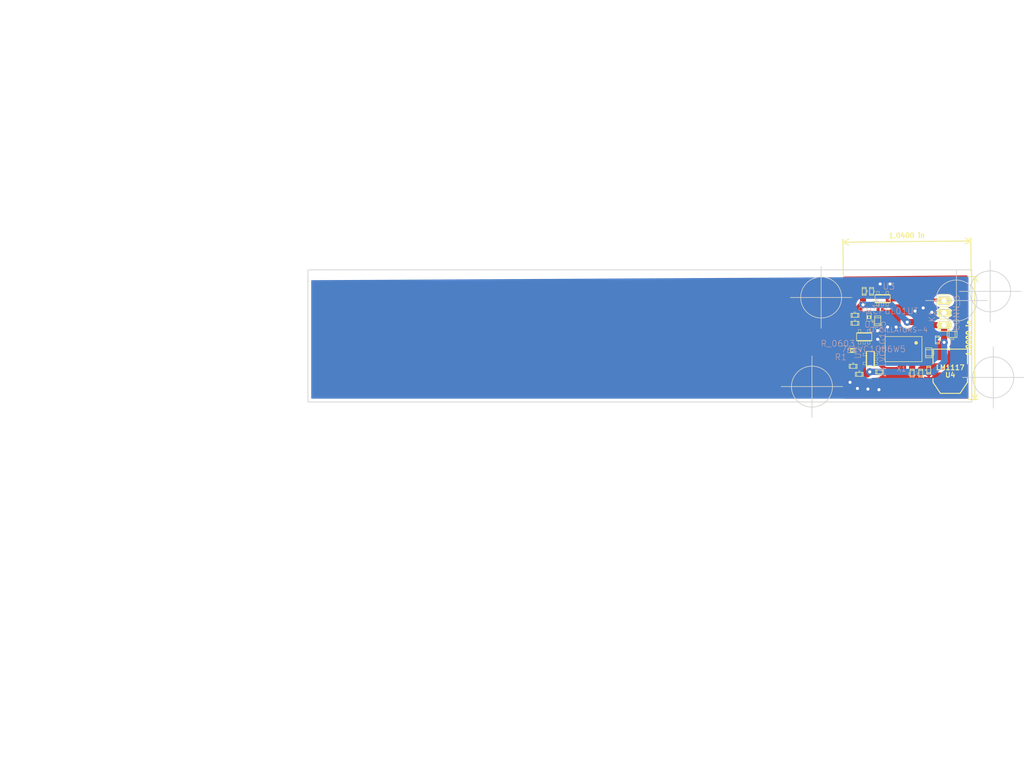
<source format=kicad_pcb>
(kicad_pcb (version 3) (host pcbnew "(2013-02-14 BZR 3950)-testing")

  (general
    (links 48)
    (no_connects 0)
    (area 65.278 26.162 276.86 184.66054)
    (thickness 1.6002)
    (drawings 12)
    (tracks 130)
    (zones 0)
    (modules 22)
    (nets 10)
  )

  (page A4)
  (layers
    (15 F.Cu signal)
    (0 B.Cu signal hide)
    (17 F.Adhes user)
    (19 F.Paste user)
    (21 F.SilkS user)
    (23 F.Mask user)
    (28 Edge.Cuts user)
  )

  (setup
    (last_trace_width 0.6096)
    (user_trace_width 0.6096)
    (trace_clearance 0.2286)
    (zone_clearance 0.6096)
    (zone_45_only yes)
    (trace_min 0.508)
    (segment_width 0.20066)
    (edge_width 0.14986)
    (via_size 1.524)
    (via_drill 0.635)
    (via_min_size 1.524)
    (via_min_drill 0.508)
    (user_via 1.524 0)
    (uvia_size 0.508)
    (uvia_drill 0.127)
    (uvias_allowed no)
    (uvia_min_size 0.508)
    (uvia_min_drill 0.127)
    (pcb_text_width 0.29972)
    (pcb_text_size 1.00076 1.00076)
    (mod_edge_width 0.14986)
    (mod_text_size 1.00076 1.00076)
    (mod_text_width 0.14986)
    (pad_size 1.00076 1.00076)
    (pad_drill 0.59944)
    (pad_to_mask_clearance 0)
    (aux_axis_origin 0 0)
    (visible_elements FFFFFFAF)
    (pcbplotparams
      (layerselection 268468224)
      (usegerberextensions false)
      (excludeedgelayer false)
      (linewidth 60)
      (plotframeref false)
      (viasonmask false)
      (mode 1)
      (useauxorigin false)
      (hpglpennumber 1)
      (hpglpenspeed 20)
      (hpglpendiameter 15)
      (hpglpenoverlay 2)
      (psnegative false)
      (psa4output true)
      (plotreference false)
      (plotvalue false)
      (plotothertext false)
      (plotinvisibletext false)
      (padsonsilk false)
      (subtractmaskfromsilk false)
      (outputformat 2)
      (mirror true)
      (drillshape 1)
      (scaleselection 1)
      (outputdirectory ""))
  )

  (net 0 "")
  (net 1 /3.3V)
  (net 2 /output)
  (net 3 /transmission_line)
  (net 4 GND)
  (net 5 N-000006)
  (net 6 N-000007)
  (net 7 N-000008)
  (net 8 N-000009)
  (net 9 VCC)

  (net_class Default "This is the default net class."
    (clearance 0.2286)
    (trace_width 0.6096)
    (via_dia 1.524)
    (via_drill 0.635)
    (uvia_dia 0.508)
    (uvia_drill 0.127)
    (add_net "")
    (add_net /output)
    (add_net GND)
    (add_net N-000006)
    (add_net N-000007)
    (add_net N-000008)
    (add_net N-000009)
  )

  (net_class power ""
    (clearance 0.2286)
    (trace_width 1.27)
    (via_dia 1.524)
    (via_drill 0.635)
    (uvia_dia 0.508)
    (uvia_drill 0.127)
    (add_net /3.3V)
    (add_net VCC)
  )

  (net_class transmission_line ""
    (clearance 0.2286)
    (trace_width 2.0066)
    (via_dia 1.524)
    (via_drill 0.635)
    (uvia_dia 0.508)
    (uvia_drill 0.127)
    (add_net /transmission_line)
  )

  (module m-pad-2.1-CB3_CB3LV (layer F.Cu) (tedit 200000) (tstamp 510F91F0)
    (at 251.968 98.298 180)
    (descr "CTS'S CB3 & CB3LV CMOS/TTL CLOCK OSCILLATOR")
    (tags "CTS'S CB3 & CB3LV CMOS/TTL CLOCK OSCILLATOR")
    (path /510F88B2)
    (attr smd)
    (fp_text reference X1 (at 0.43942 -4.10718 180) (layer B.SilkS)
      (effects (font (size 1.016 1.016) (thickness 0.0889)))
    )
    (fp_text value OSCILLATORS-4 (at 1.04648 3.99034 180) (layer B.SilkS)
      (effects (font (size 1.016 1.016) (thickness 0.0889)))
    )
    (fp_line (start -3.79984 -2.59842) (end 3.79984 -2.59842) (layer F.SilkS) (width 0.127))
    (fp_line (start 3.79984 -2.59842) (end 3.79984 2.59842) (layer F.SilkS) (width 0.127))
    (fp_line (start 3.79984 2.59842) (end -3.79984 2.59842) (layer F.SilkS) (width 0.127))
    (fp_line (start -3.79984 2.59842) (end -3.79984 -2.59842) (layer F.SilkS) (width 0.127))
    (fp_circle (center -2.59842 1.29794) (end -2.74828 1.4478) (layer F.SilkS) (width 0.3048))
    (pad 1 smd rect (at -2.49936 2.09804 180) (size 1.79832 1.99898)
      (layers F.Cu F.Paste F.Mask)
      (net 1 /3.3V)
    )
    (pad 2 smd rect (at 2.49936 2.09804 180) (size 1.79832 1.99898)
      (layers F.Cu F.Paste F.Mask)
      (net 4 GND)
    )
    (pad 3 smd rect (at 2.49936 -2.09804 180) (size 1.79832 1.99898)
      (layers F.Cu F.Paste F.Mask)
      (net 6 N-000007)
    )
    (pad 4 smd rect (at -2.49936 -2.09804 180) (size 1.79832 1.99898)
      (layers F.Cu F.Paste F.Mask)
      (net 1 /3.3V)
    )
  )

  (module m-pad-2.1-SOT23-5 (layer F.Cu) (tedit 200000) (tstamp 510F9A28)
    (at 243.84 95.758)
    (descr "MC74VHC1GT125 HTTP://ONSEMI.COM")
    (tags "MC74VHC1GT125 HTTP://ONSEMI.COM")
    (path /510FA01D)
    (attr smd)
    (fp_text reference U1 (at 1.27 -2.54) (layer B.SilkS)
      (effects (font (size 1.27 1.27) (thickness 0.0889)))
    )
    (fp_text value 74LVC1G86W5 (at 1.905 2.54) (layer B.SilkS)
      (effects (font (size 1.27 1.27) (thickness 0.0889)))
    )
    (fp_line (start -1.19888 1.4986) (end -0.6985 1.4986) (layer F.SilkS) (width 0.06604))
    (fp_line (start -0.6985 1.4986) (end -0.6985 0.84836) (layer F.SilkS) (width 0.06604))
    (fp_line (start -1.19888 0.84836) (end -0.6985 0.84836) (layer F.SilkS) (width 0.06604))
    (fp_line (start -1.19888 1.4986) (end -1.19888 0.84836) (layer F.SilkS) (width 0.06604))
    (fp_line (start -0.24892 1.4986) (end 0.24892 1.4986) (layer F.SilkS) (width 0.06604))
    (fp_line (start 0.24892 1.4986) (end 0.24892 0.84836) (layer F.SilkS) (width 0.06604))
    (fp_line (start -0.24892 0.84836) (end 0.24892 0.84836) (layer F.SilkS) (width 0.06604))
    (fp_line (start -0.24892 1.4986) (end -0.24892 0.84836) (layer F.SilkS) (width 0.06604))
    (fp_line (start 0.6985 1.4986) (end 1.19888 1.4986) (layer F.SilkS) (width 0.06604))
    (fp_line (start 1.19888 1.4986) (end 1.19888 0.84836) (layer F.SilkS) (width 0.06604))
    (fp_line (start 0.6985 0.84836) (end 1.19888 0.84836) (layer F.SilkS) (width 0.06604))
    (fp_line (start 0.6985 1.4986) (end 0.6985 0.84836) (layer F.SilkS) (width 0.06604))
    (fp_line (start 0.6985 -0.84836) (end 1.19888 -0.84836) (layer F.SilkS) (width 0.06604))
    (fp_line (start 1.19888 -0.84836) (end 1.19888 -1.4986) (layer F.SilkS) (width 0.06604))
    (fp_line (start 0.6985 -1.4986) (end 1.19888 -1.4986) (layer F.SilkS) (width 0.06604))
    (fp_line (start 0.6985 -0.84836) (end 0.6985 -1.4986) (layer F.SilkS) (width 0.06604))
    (fp_line (start -1.19888 -0.84836) (end -0.6985 -0.84836) (layer F.SilkS) (width 0.06604))
    (fp_line (start -0.6985 -0.84836) (end -0.6985 -1.4986) (layer F.SilkS) (width 0.06604))
    (fp_line (start -1.19888 -1.4986) (end -0.6985 -1.4986) (layer F.SilkS) (width 0.06604))
    (fp_line (start -1.19888 -0.84836) (end -1.19888 -1.4986) (layer F.SilkS) (width 0.06604))
    (fp_line (start 1.56972 -0.80772) (end 1.56972 0.80772) (layer F.SilkS) (width 0.127))
    (fp_line (start 1.41986 0.80772) (end -1.41986 0.80772) (layer F.SilkS) (width 0.254))
    (fp_line (start -1.56972 0.80772) (end -1.56972 -0.80772) (layer F.SilkS) (width 0.127))
    (fp_line (start -1.41986 -0.80772) (end -0.42164 -0.80772) (layer F.SilkS) (width 0.254))
    (fp_line (start -0.42164 -0.80772) (end 0.42164 -0.80772) (layer F.SilkS) (width 0.254))
    (fp_line (start 0.42164 -0.80772) (end 1.41986 -0.80772) (layer F.SilkS) (width 0.254))
    (fp_line (start -1.5494 -0.79756) (end -1.39954 -0.79756) (layer F.SilkS) (width 0.127))
    (fp_line (start -1.5494 0.79756) (end -1.39954 0.79756) (layer F.SilkS) (width 0.127))
    (fp_line (start 1.59766 0.79756) (end 1.39954 0.79756) (layer F.SilkS) (width 0.127))
    (fp_line (start 1.5494 -0.79756) (end 1.39954 -0.79756) (layer F.SilkS) (width 0.127))
    (pad 1 smd rect (at -0.94996 1.19888) (size 0.6985 0.99822)
      (layers F.Cu F.Paste F.Mask)
      (net 3 /transmission_line)
    )
    (pad 2 smd rect (at 0 1.19888) (size 0.6985 0.99822)
      (layers F.Cu F.Paste F.Mask)
      (net 7 N-000008)
    )
    (pad 3 smd rect (at 0.94996 1.19888) (size 0.6985 0.99822)
      (layers F.Cu F.Paste F.Mask)
      (net 4 GND)
    )
    (pad 4 smd rect (at 0.94996 -1.19888) (size 0.6985 0.99822)
      (layers F.Cu F.Paste F.Mask)
      (net 5 N-000006)
    )
    (pad 5 smd rect (at -0.94996 -1.19888) (size 0.6985 0.99822)
      (layers F.Cu F.Paste F.Mask)
      (net 9 VCC)
    )
    (model smd/integrated_circuits/SOT23_5/SOT23_5.wrl
      (at (xyz 0 0 0))
      (scale (xyz 0.4 0.4 0.4))
      (rotate (xyz -90 0 0))
    )
  )

  (module m-pad-2.1-0603 (layer F.Cu) (tedit 200000) (tstamp 510F9A3E)
    (at 241.3 98.552 180)
    (path /510F9355)
    (attr smd)
    (fp_text reference R1 (at 2.286 -1.397 180) (layer B.SilkS)
      (effects (font (size 1.27 1.27) (thickness 0.0889)))
    )
    (fp_text value R_0603 (at 2.921 1.397 180) (layer B.SilkS)
      (effects (font (size 1.27 1.27) (thickness 0.0889)))
    )
    (fp_line (start -0.83566 0.4699) (end -0.33528 0.4699) (layer F.SilkS) (width 0.06604))
    (fp_line (start -0.33528 0.4699) (end -0.33528 -0.48006) (layer F.SilkS) (width 0.06604))
    (fp_line (start -0.83566 -0.48006) (end -0.33528 -0.48006) (layer F.SilkS) (width 0.06604))
    (fp_line (start -0.83566 0.4699) (end -0.83566 -0.48006) (layer F.SilkS) (width 0.06604))
    (fp_line (start 0.32766 0.4699) (end 0.82804 0.4699) (layer F.SilkS) (width 0.06604))
    (fp_line (start 0.82804 0.4699) (end 0.82804 -0.48006) (layer F.SilkS) (width 0.06604))
    (fp_line (start 0.32766 -0.48006) (end 0.82804 -0.48006) (layer F.SilkS) (width 0.06604))
    (fp_line (start 0.32766 0.4699) (end 0.32766 -0.48006) (layer F.SilkS) (width 0.06604))
    (fp_line (start -0.19812 0.29972) (end 0.19812 0.29972) (layer F.SilkS) (width 0.06604))
    (fp_line (start 0.19812 0.29972) (end 0.19812 -0.29972) (layer F.SilkS) (width 0.06604))
    (fp_line (start -0.19812 -0.29972) (end 0.19812 -0.29972) (layer F.SilkS) (width 0.06604))
    (fp_line (start -0.19812 0.29972) (end -0.19812 -0.29972) (layer F.SilkS) (width 0.06604))
    (fp_line (start -0.3556 -0.4318) (end 0.3556 -0.4318) (layer F.SilkS) (width 0.1016))
    (fp_line (start -0.3556 0.41656) (end 0.3556 0.41656) (layer F.SilkS) (width 0.1016))
    (fp_line (start -0.2032 -0.3556) (end 0.2032 -0.3556) (layer F.SilkS) (width 0.254))
    (fp_line (start -0.2032 0.3556) (end 0.2032 0.3556) (layer F.SilkS) (width 0.254))
    (pad 1 smd rect (at -0.84836 0 180) (size 0.99822 0.99822)
      (layers F.Cu F.Paste F.Mask)
      (net 7 N-000008)
    )
    (pad 2 smd rect (at 0.84836 0 180) (size 0.99822 0.99822)
      (layers F.Cu F.Paste F.Mask)
      (net 3 /transmission_line)
    )
  )

  (module m-pad-2.1-0603 (layer F.Cu) (tedit 200000) (tstamp 510FB6E9)
    (at 244.856 91.694 90)
    (path /510F9396)
    (attr smd)
    (fp_text reference R2 (at 2.286 -1.397 90) (layer B.SilkS)
      (effects (font (size 1.27 1.27) (thickness 0.0889)))
    )
    (fp_text value 1k (at 2.921 1.397 90) (layer B.SilkS)
      (effects (font (size 1.27 1.27) (thickness 0.0889)))
    )
    (fp_line (start -0.83566 0.4699) (end -0.33528 0.4699) (layer F.SilkS) (width 0.06604))
    (fp_line (start -0.33528 0.4699) (end -0.33528 -0.48006) (layer F.SilkS) (width 0.06604))
    (fp_line (start -0.83566 -0.48006) (end -0.33528 -0.48006) (layer F.SilkS) (width 0.06604))
    (fp_line (start -0.83566 0.4699) (end -0.83566 -0.48006) (layer F.SilkS) (width 0.06604))
    (fp_line (start 0.32766 0.4699) (end 0.82804 0.4699) (layer F.SilkS) (width 0.06604))
    (fp_line (start 0.82804 0.4699) (end 0.82804 -0.48006) (layer F.SilkS) (width 0.06604))
    (fp_line (start 0.32766 -0.48006) (end 0.82804 -0.48006) (layer F.SilkS) (width 0.06604))
    (fp_line (start 0.32766 0.4699) (end 0.32766 -0.48006) (layer F.SilkS) (width 0.06604))
    (fp_line (start -0.19812 0.29972) (end 0.19812 0.29972) (layer F.SilkS) (width 0.06604))
    (fp_line (start 0.19812 0.29972) (end 0.19812 -0.29972) (layer F.SilkS) (width 0.06604))
    (fp_line (start -0.19812 -0.29972) (end 0.19812 -0.29972) (layer F.SilkS) (width 0.06604))
    (fp_line (start -0.19812 0.29972) (end -0.19812 -0.29972) (layer F.SilkS) (width 0.06604))
    (fp_line (start -0.3556 -0.4318) (end 0.3556 -0.4318) (layer F.SilkS) (width 0.1016))
    (fp_line (start -0.3556 0.41656) (end 0.3556 0.41656) (layer F.SilkS) (width 0.1016))
    (fp_line (start -0.2032 -0.3556) (end 0.2032 -0.3556) (layer F.SilkS) (width 0.254))
    (fp_line (start -0.2032 0.3556) (end 0.2032 0.3556) (layer F.SilkS) (width 0.254))
    (pad 1 smd rect (at -0.84836 0 90) (size 0.99822 0.99822)
      (layers F.Cu F.Paste F.Mask)
      (net 5 N-000006)
    )
    (pad 2 smd rect (at 0.84836 0 90) (size 0.99822 0.99822)
      (layers F.Cu F.Paste F.Mask)
      (net 8 N-000009)
    )
  )

  (module pinhead-1-1X03 (layer F.Cu) (tedit 200000) (tstamp 510FADF8)
    (at 260.35 90.805 90)
    (descr "PIN HEADER - 2.54")
    (tags "PIN HEADER - 2.54")
    (path /510FAAF4)
    (attr virtual)
    (fp_text reference K1 (at -0.7112 -2.4638 90) (layer B.SilkS)
      (effects (font (size 1.27 1.27) (thickness 0.0889)))
    )
    (fp_text value CONN_3 (at 0 2.54 90) (layer B.SilkS)
      (effects (font (size 1.27 1.27) (thickness 0.0889)))
    )
    (fp_line (start -0.254 0.254) (end 0.254 0.254) (layer F.SilkS) (width 0.06604))
    (fp_line (start 0.254 0.254) (end 0.254 -0.254) (layer F.SilkS) (width 0.06604))
    (fp_line (start -0.254 -0.254) (end 0.254 -0.254) (layer F.SilkS) (width 0.06604))
    (fp_line (start -0.254 0.254) (end -0.254 -0.254) (layer F.SilkS) (width 0.06604))
    (fp_line (start -2.794 0.254) (end -2.286 0.254) (layer F.SilkS) (width 0.06604))
    (fp_line (start -2.286 0.254) (end -2.286 -0.254) (layer F.SilkS) (width 0.06604))
    (fp_line (start -2.794 -0.254) (end -2.286 -0.254) (layer F.SilkS) (width 0.06604))
    (fp_line (start -2.794 0.254) (end -2.794 -0.254) (layer F.SilkS) (width 0.06604))
    (fp_line (start 2.286 0.254) (end 2.794 0.254) (layer F.SilkS) (width 0.06604))
    (fp_line (start 2.794 0.254) (end 2.794 -0.254) (layer F.SilkS) (width 0.06604))
    (fp_line (start 2.286 -0.254) (end 2.794 -0.254) (layer F.SilkS) (width 0.06604))
    (fp_line (start 2.286 0.254) (end 2.286 -0.254) (layer F.SilkS) (width 0.06604))
    (fp_line (start -3.175 -1.27) (end -1.905 -1.27) (layer F.SilkS) (width 0.1524))
    (fp_line (start -1.905 -1.27) (end -1.27 -0.635) (layer F.SilkS) (width 0.1524))
    (fp_line (start -1.27 -0.635) (end -1.27 0.635) (layer F.SilkS) (width 0.1524))
    (fp_line (start -1.27 0.635) (end -1.905 1.27) (layer F.SilkS) (width 0.1524))
    (fp_line (start -1.27 -0.635) (end -0.635 -1.27) (layer F.SilkS) (width 0.1524))
    (fp_line (start -0.635 -1.27) (end 0.635 -1.27) (layer F.SilkS) (width 0.1524))
    (fp_line (start 0.635 -1.27) (end 1.27 -0.635) (layer F.SilkS) (width 0.1524))
    (fp_line (start 1.27 -0.635) (end 1.27 0.635) (layer F.SilkS) (width 0.1524))
    (fp_line (start 1.27 0.635) (end 0.635 1.27) (layer F.SilkS) (width 0.1524))
    (fp_line (start 0.635 1.27) (end -0.635 1.27) (layer F.SilkS) (width 0.1524))
    (fp_line (start -0.635 1.27) (end -1.27 0.635) (layer F.SilkS) (width 0.1524))
    (fp_line (start -3.81 -0.635) (end -3.81 0.635) (layer F.SilkS) (width 0.1524))
    (fp_line (start -3.175 -1.27) (end -3.81 -0.635) (layer F.SilkS) (width 0.1524))
    (fp_line (start -3.81 0.635) (end -3.175 1.27) (layer F.SilkS) (width 0.1524))
    (fp_line (start -1.905 1.27) (end -3.175 1.27) (layer F.SilkS) (width 0.1524))
    (fp_line (start 1.27 -0.635) (end 1.905 -1.27) (layer F.SilkS) (width 0.1524))
    (fp_line (start 1.905 -1.27) (end 3.175 -1.27) (layer F.SilkS) (width 0.1524))
    (fp_line (start 3.175 -1.27) (end 3.81 -0.635) (layer F.SilkS) (width 0.1524))
    (fp_line (start 3.81 -0.635) (end 3.81 0.635) (layer F.SilkS) (width 0.1524))
    (fp_line (start 3.81 0.635) (end 3.175 1.27) (layer F.SilkS) (width 0.1524))
    (fp_line (start 3.175 1.27) (end 1.905 1.27) (layer F.SilkS) (width 0.1524))
    (fp_line (start 1.905 1.27) (end 1.27 0.635) (layer F.SilkS) (width 0.1524))
    (pad 1 thru_hole oval (at -2.54 0 90) (size 1.524 3.048) (drill 1.016)
      (layers *.Cu F.Paste F.SilkS F.Mask)
      (net 9 VCC)
    )
    (pad 2 thru_hole oval (at 0 0 90) (size 1.524 3.048) (drill 1.016)
      (layers *.Cu F.Paste F.SilkS F.Mask)
      (net 4 GND)
    )
    (pad 3 thru_hole oval (at 2.54 0 90) (size 1.524 3.048) (drill 1.016)
      (layers *.Cu F.Paste F.SilkS F.Mask)
      (net 2 /output)
    )
  )

  (module m-pad-2.1-SOT23-5 (layer F.Cu) (tedit 200000) (tstamp 5110DACA)
    (at 245.11 100.33 90)
    (descr "MC74VHC1GT125 HTTP://ONSEMI.COM")
    (tags "MC74VHC1GT125 HTTP://ONSEMI.COM")
    (path /5110D3EA)
    (attr smd)
    (fp_text reference U2 (at 1.27 -2.54 90) (layer B.SilkS)
      (effects (font (size 1.27 1.27) (thickness 0.0889)))
    )
    (fp_text value 74LVC1G125 (at 1.905 2.54 90) (layer B.SilkS)
      (effects (font (size 1.27 1.27) (thickness 0.0889)))
    )
    (fp_line (start -1.19888 1.4986) (end -0.6985 1.4986) (layer F.SilkS) (width 0.06604))
    (fp_line (start -0.6985 1.4986) (end -0.6985 0.84836) (layer F.SilkS) (width 0.06604))
    (fp_line (start -1.19888 0.84836) (end -0.6985 0.84836) (layer F.SilkS) (width 0.06604))
    (fp_line (start -1.19888 1.4986) (end -1.19888 0.84836) (layer F.SilkS) (width 0.06604))
    (fp_line (start -0.24892 1.4986) (end 0.24892 1.4986) (layer F.SilkS) (width 0.06604))
    (fp_line (start 0.24892 1.4986) (end 0.24892 0.84836) (layer F.SilkS) (width 0.06604))
    (fp_line (start -0.24892 0.84836) (end 0.24892 0.84836) (layer F.SilkS) (width 0.06604))
    (fp_line (start -0.24892 1.4986) (end -0.24892 0.84836) (layer F.SilkS) (width 0.06604))
    (fp_line (start 0.6985 1.4986) (end 1.19888 1.4986) (layer F.SilkS) (width 0.06604))
    (fp_line (start 1.19888 1.4986) (end 1.19888 0.84836) (layer F.SilkS) (width 0.06604))
    (fp_line (start 0.6985 0.84836) (end 1.19888 0.84836) (layer F.SilkS) (width 0.06604))
    (fp_line (start 0.6985 1.4986) (end 0.6985 0.84836) (layer F.SilkS) (width 0.06604))
    (fp_line (start 0.6985 -0.84836) (end 1.19888 -0.84836) (layer F.SilkS) (width 0.06604))
    (fp_line (start 1.19888 -0.84836) (end 1.19888 -1.4986) (layer F.SilkS) (width 0.06604))
    (fp_line (start 0.6985 -1.4986) (end 1.19888 -1.4986) (layer F.SilkS) (width 0.06604))
    (fp_line (start 0.6985 -0.84836) (end 0.6985 -1.4986) (layer F.SilkS) (width 0.06604))
    (fp_line (start -1.19888 -0.84836) (end -0.6985 -0.84836) (layer F.SilkS) (width 0.06604))
    (fp_line (start -0.6985 -0.84836) (end -0.6985 -1.4986) (layer F.SilkS) (width 0.06604))
    (fp_line (start -1.19888 -1.4986) (end -0.6985 -1.4986) (layer F.SilkS) (width 0.06604))
    (fp_line (start -1.19888 -0.84836) (end -1.19888 -1.4986) (layer F.SilkS) (width 0.06604))
    (fp_line (start 1.56972 -0.80772) (end 1.56972 0.80772) (layer F.SilkS) (width 0.127))
    (fp_line (start 1.41986 0.80772) (end -1.41986 0.80772) (layer F.SilkS) (width 0.254))
    (fp_line (start -1.56972 0.80772) (end -1.56972 -0.80772) (layer F.SilkS) (width 0.127))
    (fp_line (start -1.41986 -0.80772) (end -0.42164 -0.80772) (layer F.SilkS) (width 0.254))
    (fp_line (start -0.42164 -0.80772) (end 0.42164 -0.80772) (layer F.SilkS) (width 0.254))
    (fp_line (start 0.42164 -0.80772) (end 1.41986 -0.80772) (layer F.SilkS) (width 0.254))
    (fp_line (start -1.5494 -0.79756) (end -1.39954 -0.79756) (layer F.SilkS) (width 0.127))
    (fp_line (start -1.5494 0.79756) (end -1.39954 0.79756) (layer F.SilkS) (width 0.127))
    (fp_line (start 1.59766 0.79756) (end 1.39954 0.79756) (layer F.SilkS) (width 0.127))
    (fp_line (start 1.5494 -0.79756) (end 1.39954 -0.79756) (layer F.SilkS) (width 0.127))
    (pad 1 smd rect (at -0.94996 1.19888 90) (size 0.6985 0.99822)
      (layers F.Cu F.Paste F.Mask)
      (net 4 GND)
    )
    (pad 2 smd rect (at 0 1.19888 90) (size 0.6985 0.99822)
      (layers F.Cu F.Paste F.Mask)
      (net 6 N-000007)
    )
    (pad 3 smd rect (at 0.94996 1.19888 90) (size 0.6985 0.99822)
      (layers F.Cu F.Paste F.Mask)
      (net 4 GND)
    )
    (pad 4 smd rect (at 0.94996 -1.19888 90) (size 0.6985 0.99822)
      (layers F.Cu F.Paste F.Mask)
      (net 7 N-000008)
    )
    (pad 5 smd rect (at -0.94996 -1.19888 90) (size 0.6985 0.99822)
      (layers F.Cu F.Paste F.Mask)
      (net 9 VCC)
    )
    (model smd/integrated_circuits/SOT23_5/SOT23_5.wrl
      (at (xyz 0 0 0))
      (scale (xyz 0.4 0.4 0.4))
      (rotate (xyz -90 0 0))
    )
  )

  (module m-pad-2.1-SOT23-5 (layer F.Cu) (tedit 200000) (tstamp 5110DAF1)
    (at 247.65 87.884)
    (descr "MC74VHC1GT125 HTTP://ONSEMI.COM")
    (tags "MC74VHC1GT125 HTTP://ONSEMI.COM")
    (path /5110D98A)
    (attr smd)
    (fp_text reference U3 (at 1.27 -2.54) (layer B.SilkS)
      (effects (font (size 1.27 1.27) (thickness 0.0889)))
    )
    (fp_text value MCP6L01UT (at 1.905 2.54) (layer B.SilkS)
      (effects (font (size 1.27 1.27) (thickness 0.0889)))
    )
    (fp_line (start -1.19888 1.4986) (end -0.6985 1.4986) (layer F.SilkS) (width 0.06604))
    (fp_line (start -0.6985 1.4986) (end -0.6985 0.84836) (layer F.SilkS) (width 0.06604))
    (fp_line (start -1.19888 0.84836) (end -0.6985 0.84836) (layer F.SilkS) (width 0.06604))
    (fp_line (start -1.19888 1.4986) (end -1.19888 0.84836) (layer F.SilkS) (width 0.06604))
    (fp_line (start -0.24892 1.4986) (end 0.24892 1.4986) (layer F.SilkS) (width 0.06604))
    (fp_line (start 0.24892 1.4986) (end 0.24892 0.84836) (layer F.SilkS) (width 0.06604))
    (fp_line (start -0.24892 0.84836) (end 0.24892 0.84836) (layer F.SilkS) (width 0.06604))
    (fp_line (start -0.24892 1.4986) (end -0.24892 0.84836) (layer F.SilkS) (width 0.06604))
    (fp_line (start 0.6985 1.4986) (end 1.19888 1.4986) (layer F.SilkS) (width 0.06604))
    (fp_line (start 1.19888 1.4986) (end 1.19888 0.84836) (layer F.SilkS) (width 0.06604))
    (fp_line (start 0.6985 0.84836) (end 1.19888 0.84836) (layer F.SilkS) (width 0.06604))
    (fp_line (start 0.6985 1.4986) (end 0.6985 0.84836) (layer F.SilkS) (width 0.06604))
    (fp_line (start 0.6985 -0.84836) (end 1.19888 -0.84836) (layer F.SilkS) (width 0.06604))
    (fp_line (start 1.19888 -0.84836) (end 1.19888 -1.4986) (layer F.SilkS) (width 0.06604))
    (fp_line (start 0.6985 -1.4986) (end 1.19888 -1.4986) (layer F.SilkS) (width 0.06604))
    (fp_line (start 0.6985 -0.84836) (end 0.6985 -1.4986) (layer F.SilkS) (width 0.06604))
    (fp_line (start -1.19888 -0.84836) (end -0.6985 -0.84836) (layer F.SilkS) (width 0.06604))
    (fp_line (start -0.6985 -0.84836) (end -0.6985 -1.4986) (layer F.SilkS) (width 0.06604))
    (fp_line (start -1.19888 -1.4986) (end -0.6985 -1.4986) (layer F.SilkS) (width 0.06604))
    (fp_line (start -1.19888 -0.84836) (end -1.19888 -1.4986) (layer F.SilkS) (width 0.06604))
    (fp_line (start 1.56972 -0.80772) (end 1.56972 0.80772) (layer F.SilkS) (width 0.127))
    (fp_line (start 1.41986 0.80772) (end -1.41986 0.80772) (layer F.SilkS) (width 0.254))
    (fp_line (start -1.56972 0.80772) (end -1.56972 -0.80772) (layer F.SilkS) (width 0.127))
    (fp_line (start -1.41986 -0.80772) (end -0.42164 -0.80772) (layer F.SilkS) (width 0.254))
    (fp_line (start -0.42164 -0.80772) (end 0.42164 -0.80772) (layer F.SilkS) (width 0.254))
    (fp_line (start 0.42164 -0.80772) (end 1.41986 -0.80772) (layer F.SilkS) (width 0.254))
    (fp_line (start -1.5494 -0.79756) (end -1.39954 -0.79756) (layer F.SilkS) (width 0.127))
    (fp_line (start -1.5494 0.79756) (end -1.39954 0.79756) (layer F.SilkS) (width 0.127))
    (fp_line (start 1.59766 0.79756) (end 1.39954 0.79756) (layer F.SilkS) (width 0.127))
    (fp_line (start 1.5494 -0.79756) (end 1.39954 -0.79756) (layer F.SilkS) (width 0.127))
    (pad 1 smd rect (at -0.94996 1.19888) (size 0.6985 0.99822)
      (layers F.Cu F.Paste F.Mask)
      (net 8 N-000009)
    )
    (pad 2 smd rect (at 0 1.19888) (size 0.6985 0.99822)
      (layers F.Cu F.Paste F.Mask)
      (net 4 GND)
    )
    (pad 3 smd rect (at 0.94996 1.19888) (size 0.6985 0.99822)
      (layers F.Cu F.Paste F.Mask)
      (net 2 /output)
    )
    (pad 4 smd rect (at 0.94996 -1.19888) (size 0.6985 0.99822)
      (layers F.Cu F.Paste F.Mask)
      (net 2 /output)
    )
    (pad 5 smd rect (at -0.94996 -1.19888) (size 0.6985 0.99822)
      (layers F.Cu F.Paste F.Mask)
      (net 9 VCC)
    )
    (model smd/integrated_circuits/SOT23_5/SOT23_5.wrl
      (at (xyz 0 0 0))
      (scale (xyz 0.4 0.4 0.4))
      (rotate (xyz -90 0 0))
    )
  )

  (module c_0603 (layer F.Cu) (tedit 490472AA) (tstamp 51118325)
    (at 241.935 92.964)
    (descr "SMT capacitor, 0603")
    (path /510FC33C)
    (fp_text reference C3 (at 0 -0.635) (layer F.SilkS)
      (effects (font (size 0.20066 0.20066) (thickness 0.04064)))
    )
    (fp_text value C_0603 (at 0 0.635) (layer F.SilkS) hide
      (effects (font (size 0.20066 0.20066) (thickness 0.04064)))
    )
    (fp_line (start 0.5588 0.4064) (end 0.5588 -0.4064) (layer F.SilkS) (width 0.127))
    (fp_line (start -0.5588 -0.381) (end -0.5588 0.4064) (layer F.SilkS) (width 0.127))
    (fp_line (start -0.8128 -0.4064) (end 0.8128 -0.4064) (layer F.SilkS) (width 0.127))
    (fp_line (start 0.8128 -0.4064) (end 0.8128 0.4064) (layer F.SilkS) (width 0.127))
    (fp_line (start 0.8128 0.4064) (end -0.8128 0.4064) (layer F.SilkS) (width 0.127))
    (fp_line (start -0.8128 0.4064) (end -0.8128 -0.4064) (layer F.SilkS) (width 0.127))
    (pad 1 smd rect (at 0.75184 0) (size 0.89916 1.00076)
      (layers F.Cu F.Paste F.Mask)
      (net 9 VCC)
    )
    (pad 2 smd rect (at -0.75184 0) (size 0.89916 1.00076)
      (layers F.Cu F.Paste F.Mask)
      (net 4 GND)
    )
    (model smd/capacitors/c_0603.wrl
      (at (xyz 0 0 0))
      (scale (xyz 1 1 1))
      (rotate (xyz 0 0 0))
    )
  )

  (module c_0603 (layer F.Cu) (tedit 490472AA) (tstamp 5111833B)
    (at 253.746 103.251 90)
    (descr "SMT capacitor, 0603")
    (path /510FC38E)
    (fp_text reference C2 (at 0 -0.635 90) (layer F.SilkS)
      (effects (font (size 0.20066 0.20066) (thickness 0.04064)))
    )
    (fp_text value C_0603 (at 0 0.635 90) (layer F.SilkS) hide
      (effects (font (size 0.20066 0.20066) (thickness 0.04064)))
    )
    (fp_line (start 0.5588 0.4064) (end 0.5588 -0.4064) (layer F.SilkS) (width 0.127))
    (fp_line (start -0.5588 -0.381) (end -0.5588 0.4064) (layer F.SilkS) (width 0.127))
    (fp_line (start -0.8128 -0.4064) (end 0.8128 -0.4064) (layer F.SilkS) (width 0.127))
    (fp_line (start 0.8128 -0.4064) (end 0.8128 0.4064) (layer F.SilkS) (width 0.127))
    (fp_line (start 0.8128 0.4064) (end -0.8128 0.4064) (layer F.SilkS) (width 0.127))
    (fp_line (start -0.8128 0.4064) (end -0.8128 -0.4064) (layer F.SilkS) (width 0.127))
    (pad 1 smd rect (at 0.75184 0 90) (size 0.89916 1.00076)
      (layers F.Cu F.Paste F.Mask)
      (net 1 /3.3V)
    )
    (pad 2 smd rect (at -0.75184 0 90) (size 0.89916 1.00076)
      (layers F.Cu F.Paste F.Mask)
      (net 4 GND)
    )
    (model smd/capacitors/c_0603.wrl
      (at (xyz 0 0 0))
      (scale (xyz 1 1 1))
      (rotate (xyz 0 0 0))
    )
  )

  (module c_0603 (layer F.Cu) (tedit 490472AA) (tstamp 5110E056)
    (at 247.015 102.997 180)
    (descr "SMT capacitor, 0603")
    (path /5110DFCA)
    (fp_text reference C5 (at 0 -0.635 180) (layer F.SilkS)
      (effects (font (size 0.20066 0.20066) (thickness 0.04064)))
    )
    (fp_text value C_0603 (at 0 0.635 180) (layer F.SilkS) hide
      (effects (font (size 0.20066 0.20066) (thickness 0.04064)))
    )
    (fp_line (start 0.5588 0.4064) (end 0.5588 -0.4064) (layer F.SilkS) (width 0.127))
    (fp_line (start -0.5588 -0.381) (end -0.5588 0.4064) (layer F.SilkS) (width 0.127))
    (fp_line (start -0.8128 -0.4064) (end 0.8128 -0.4064) (layer F.SilkS) (width 0.127))
    (fp_line (start 0.8128 -0.4064) (end 0.8128 0.4064) (layer F.SilkS) (width 0.127))
    (fp_line (start 0.8128 0.4064) (end -0.8128 0.4064) (layer F.SilkS) (width 0.127))
    (fp_line (start -0.8128 0.4064) (end -0.8128 -0.4064) (layer F.SilkS) (width 0.127))
    (pad 1 smd rect (at 0.75184 0 180) (size 0.89916 1.00076)
      (layers F.Cu F.Paste F.Mask)
      (net 9 VCC)
    )
    (pad 2 smd rect (at -0.75184 0 180) (size 0.89916 1.00076)
      (layers F.Cu F.Paste F.Mask)
      (net 4 GND)
    )
    (model smd/capacitors/c_0603.wrl
      (at (xyz 0 0 0))
      (scale (xyz 1 1 1))
      (rotate (xyz 0 0 0))
    )
  )

  (module c_0603 (layer F.Cu) (tedit 490472AA) (tstamp 5110E06C)
    (at 245.364 86.36 270)
    (descr "SMT capacitor, 0603")
    (path /5110DFD4)
    (fp_text reference C4 (at 0 -0.635 270) (layer F.SilkS)
      (effects (font (size 0.20066 0.20066) (thickness 0.04064)))
    )
    (fp_text value C_0603 (at 0 0.635 270) (layer F.SilkS) hide
      (effects (font (size 0.20066 0.20066) (thickness 0.04064)))
    )
    (fp_line (start 0.5588 0.4064) (end 0.5588 -0.4064) (layer F.SilkS) (width 0.127))
    (fp_line (start -0.5588 -0.381) (end -0.5588 0.4064) (layer F.SilkS) (width 0.127))
    (fp_line (start -0.8128 -0.4064) (end 0.8128 -0.4064) (layer F.SilkS) (width 0.127))
    (fp_line (start 0.8128 -0.4064) (end 0.8128 0.4064) (layer F.SilkS) (width 0.127))
    (fp_line (start 0.8128 0.4064) (end -0.8128 0.4064) (layer F.SilkS) (width 0.127))
    (fp_line (start -0.8128 0.4064) (end -0.8128 -0.4064) (layer F.SilkS) (width 0.127))
    (pad 1 smd rect (at 0.75184 0 270) (size 0.89916 1.00076)
      (layers F.Cu F.Paste F.Mask)
      (net 9 VCC)
    )
    (pad 2 smd rect (at -0.75184 0 270) (size 0.89916 1.00076)
      (layers F.Cu F.Paste F.Mask)
      (net 4 GND)
    )
    (model smd/capacitors/c_0603.wrl
      (at (xyz 0 0 0))
      (scale (xyz 1 1 1))
      (rotate (xyz 0 0 0))
    )
  )

  (module c_0603 (layer F.Cu) (tedit 490472AA) (tstamp 51114B26)
    (at 255.524 103.251 90)
    (descr "SMT capacitor, 0603")
    (path /51114A50)
    (fp_text reference C7 (at 0 -0.635 90) (layer F.SilkS)
      (effects (font (size 0.20066 0.20066) (thickness 0.04064)))
    )
    (fp_text value C_0603 (at 0 0.635 90) (layer F.SilkS) hide
      (effects (font (size 0.20066 0.20066) (thickness 0.04064)))
    )
    (fp_line (start 0.5588 0.4064) (end 0.5588 -0.4064) (layer F.SilkS) (width 0.127))
    (fp_line (start -0.5588 -0.381) (end -0.5588 0.4064) (layer F.SilkS) (width 0.127))
    (fp_line (start -0.8128 -0.4064) (end 0.8128 -0.4064) (layer F.SilkS) (width 0.127))
    (fp_line (start 0.8128 -0.4064) (end 0.8128 0.4064) (layer F.SilkS) (width 0.127))
    (fp_line (start 0.8128 0.4064) (end -0.8128 0.4064) (layer F.SilkS) (width 0.127))
    (fp_line (start -0.8128 0.4064) (end -0.8128 -0.4064) (layer F.SilkS) (width 0.127))
    (pad 1 smd rect (at 0.75184 0 90) (size 0.89916 1.00076)
      (layers F.Cu F.Paste F.Mask)
      (net 1 /3.3V)
    )
    (pad 2 smd rect (at -0.75184 0 90) (size 0.89916 1.00076)
      (layers F.Cu F.Paste F.Mask)
      (net 4 GND)
    )
    (model smd/capacitors/c_0603.wrl
      (at (xyz 0 0 0))
      (scale (xyz 1 1 1))
      (rotate (xyz 0 0 0))
    )
  )

  (module c_0603 (layer F.Cu) (tedit 490472AA) (tstamp 51114B3C)
    (at 257.175 102.616 90)
    (descr "SMT capacitor, 0603")
    (path /51114A70)
    (fp_text reference C6 (at 0 -0.635 90) (layer F.SilkS)
      (effects (font (size 0.20066 0.20066) (thickness 0.04064)))
    )
    (fp_text value C_0603 (at 0 0.635 90) (layer F.SilkS) hide
      (effects (font (size 0.20066 0.20066) (thickness 0.04064)))
    )
    (fp_line (start 0.5588 0.4064) (end 0.5588 -0.4064) (layer F.SilkS) (width 0.127))
    (fp_line (start -0.5588 -0.381) (end -0.5588 0.4064) (layer F.SilkS) (width 0.127))
    (fp_line (start -0.8128 -0.4064) (end 0.8128 -0.4064) (layer F.SilkS) (width 0.127))
    (fp_line (start 0.8128 -0.4064) (end 0.8128 0.4064) (layer F.SilkS) (width 0.127))
    (fp_line (start 0.8128 0.4064) (end -0.8128 0.4064) (layer F.SilkS) (width 0.127))
    (fp_line (start -0.8128 0.4064) (end -0.8128 -0.4064) (layer F.SilkS) (width 0.127))
    (pad 1 smd rect (at 0.75184 0 90) (size 0.89916 1.00076)
      (layers F.Cu F.Paste F.Mask)
      (net 1 /3.3V)
    )
    (pad 2 smd rect (at -0.75184 0 90) (size 0.89916 1.00076)
      (layers F.Cu F.Paste F.Mask)
      (net 4 GND)
    )
    (model smd/capacitors/c_0603.wrl
      (at (xyz 0 0 0))
      (scale (xyz 1 1 1))
      (rotate (xyz 0 0 0))
    )
  )

  (module c_0603 (layer F.Cu) (tedit 490472AA) (tstamp 51114B52)
    (at 241.554 101.854)
    (descr "SMT capacitor, 0603")
    (path /51114A9A)
    (fp_text reference C8 (at 0 -0.635) (layer F.SilkS)
      (effects (font (size 0.20066 0.20066) (thickness 0.04064)))
    )
    (fp_text value C_0603 (at 0 0.635) (layer F.SilkS) hide
      (effects (font (size 0.20066 0.20066) (thickness 0.04064)))
    )
    (fp_line (start 0.5588 0.4064) (end 0.5588 -0.4064) (layer F.SilkS) (width 0.127))
    (fp_line (start -0.5588 -0.381) (end -0.5588 0.4064) (layer F.SilkS) (width 0.127))
    (fp_line (start -0.8128 -0.4064) (end 0.8128 -0.4064) (layer F.SilkS) (width 0.127))
    (fp_line (start 0.8128 -0.4064) (end 0.8128 0.4064) (layer F.SilkS) (width 0.127))
    (fp_line (start 0.8128 0.4064) (end -0.8128 0.4064) (layer F.SilkS) (width 0.127))
    (fp_line (start -0.8128 0.4064) (end -0.8128 -0.4064) (layer F.SilkS) (width 0.127))
    (pad 1 smd rect (at 0.75184 0) (size 0.89916 1.00076)
      (layers F.Cu F.Paste F.Mask)
      (net 9 VCC)
    )
    (pad 2 smd rect (at -0.75184 0) (size 0.89916 1.00076)
      (layers F.Cu F.Paste F.Mask)
      (net 4 GND)
    )
    (model smd/capacitors/c_0603.wrl
      (at (xyz 0 0 0))
      (scale (xyz 1 1 1))
      (rotate (xyz 0 0 0))
    )
  )

  (module c_0603 (layer F.Cu) (tedit 490472AA) (tstamp 51114B68)
    (at 242.824 103.505)
    (descr "SMT capacitor, 0603")
    (path /51114AA6)
    (fp_text reference C9 (at 0 -0.635) (layer F.SilkS)
      (effects (font (size 0.20066 0.20066) (thickness 0.04064)))
    )
    (fp_text value C_0603 (at 0 0.635) (layer F.SilkS) hide
      (effects (font (size 0.20066 0.20066) (thickness 0.04064)))
    )
    (fp_line (start 0.5588 0.4064) (end 0.5588 -0.4064) (layer F.SilkS) (width 0.127))
    (fp_line (start -0.5588 -0.381) (end -0.5588 0.4064) (layer F.SilkS) (width 0.127))
    (fp_line (start -0.8128 -0.4064) (end 0.8128 -0.4064) (layer F.SilkS) (width 0.127))
    (fp_line (start 0.8128 -0.4064) (end 0.8128 0.4064) (layer F.SilkS) (width 0.127))
    (fp_line (start 0.8128 0.4064) (end -0.8128 0.4064) (layer F.SilkS) (width 0.127))
    (fp_line (start -0.8128 0.4064) (end -0.8128 -0.4064) (layer F.SilkS) (width 0.127))
    (pad 1 smd rect (at 0.75184 0) (size 0.89916 1.00076)
      (layers F.Cu F.Paste F.Mask)
      (net 9 VCC)
    )
    (pad 2 smd rect (at -0.75184 0) (size 0.89916 1.00076)
      (layers F.Cu F.Paste F.Mask)
      (net 4 GND)
    )
    (model smd/capacitors/c_0603.wrl
      (at (xyz 0 0 0))
      (scale (xyz 1 1 1))
      (rotate (xyz 0 0 0))
    )
  )

  (module c_0603 (layer F.Cu) (tedit 490472AA) (tstamp 51114B7E)
    (at 243.84 86.36 270)
    (descr "SMT capacitor, 0603")
    (path /51114B6C)
    (fp_text reference C10 (at 0 -0.635 270) (layer F.SilkS)
      (effects (font (size 0.20066 0.20066) (thickness 0.04064)))
    )
    (fp_text value C_0603 (at 0 0.635 270) (layer F.SilkS) hide
      (effects (font (size 0.20066 0.20066) (thickness 0.04064)))
    )
    (fp_line (start 0.5588 0.4064) (end 0.5588 -0.4064) (layer F.SilkS) (width 0.127))
    (fp_line (start -0.5588 -0.381) (end -0.5588 0.4064) (layer F.SilkS) (width 0.127))
    (fp_line (start -0.8128 -0.4064) (end 0.8128 -0.4064) (layer F.SilkS) (width 0.127))
    (fp_line (start 0.8128 -0.4064) (end 0.8128 0.4064) (layer F.SilkS) (width 0.127))
    (fp_line (start 0.8128 0.4064) (end -0.8128 0.4064) (layer F.SilkS) (width 0.127))
    (fp_line (start -0.8128 0.4064) (end -0.8128 -0.4064) (layer F.SilkS) (width 0.127))
    (pad 1 smd rect (at 0.75184 0 270) (size 0.89916 1.00076)
      (layers F.Cu F.Paste F.Mask)
      (net 9 VCC)
    )
    (pad 2 smd rect (at -0.75184 0 270) (size 0.89916 1.00076)
      (layers F.Cu F.Paste F.Mask)
      (net 4 GND)
    )
    (model smd/capacitors/c_0603.wrl
      (at (xyz 0 0 0))
      (scale (xyz 1 1 1))
      (rotate (xyz 0 0 0))
    )
  )

  (module c_0603 (layer F.Cu) (tedit 490472AA) (tstamp 51114B94)
    (at 241.935 91.313)
    (descr "SMT capacitor, 0603")
    (path /51114B78)
    (fp_text reference C11 (at 0 -0.635) (layer F.SilkS)
      (effects (font (size 0.20066 0.20066) (thickness 0.04064)))
    )
    (fp_text value C_0603 (at 0 0.635) (layer F.SilkS) hide
      (effects (font (size 0.20066 0.20066) (thickness 0.04064)))
    )
    (fp_line (start 0.5588 0.4064) (end 0.5588 -0.4064) (layer F.SilkS) (width 0.127))
    (fp_line (start -0.5588 -0.381) (end -0.5588 0.4064) (layer F.SilkS) (width 0.127))
    (fp_line (start -0.8128 -0.4064) (end 0.8128 -0.4064) (layer F.SilkS) (width 0.127))
    (fp_line (start 0.8128 -0.4064) (end 0.8128 0.4064) (layer F.SilkS) (width 0.127))
    (fp_line (start 0.8128 0.4064) (end -0.8128 0.4064) (layer F.SilkS) (width 0.127))
    (fp_line (start -0.8128 0.4064) (end -0.8128 -0.4064) (layer F.SilkS) (width 0.127))
    (pad 1 smd rect (at 0.75184 0) (size 0.89916 1.00076)
      (layers F.Cu F.Paste F.Mask)
      (net 9 VCC)
    )
    (pad 2 smd rect (at -0.75184 0) (size 0.89916 1.00076)
      (layers F.Cu F.Paste F.Mask)
      (net 4 GND)
    )
    (model smd/capacitors/c_0603.wrl
      (at (xyz 0 0 0))
      (scale (xyz 1 1 1))
      (rotate (xyz 0 0 0))
    )
  )

  (module c_0603 (layer F.Cu) (tedit 490472AA) (tstamp 5111673D)
    (at 258.953 96.393 270)
    (descr "SMT capacitor, 0603")
    (path /511166FD)
    (fp_text reference C12 (at 0 -0.635 270) (layer F.SilkS)
      (effects (font (size 0.20066 0.20066) (thickness 0.04064)))
    )
    (fp_text value C_0603 (at 0 0.635 270) (layer F.SilkS) hide
      (effects (font (size 0.20066 0.20066) (thickness 0.04064)))
    )
    (fp_line (start 0.5588 0.4064) (end 0.5588 -0.4064) (layer F.SilkS) (width 0.127))
    (fp_line (start -0.5588 -0.381) (end -0.5588 0.4064) (layer F.SilkS) (width 0.127))
    (fp_line (start -0.8128 -0.4064) (end 0.8128 -0.4064) (layer F.SilkS) (width 0.127))
    (fp_line (start 0.8128 -0.4064) (end 0.8128 0.4064) (layer F.SilkS) (width 0.127))
    (fp_line (start 0.8128 0.4064) (end -0.8128 0.4064) (layer F.SilkS) (width 0.127))
    (fp_line (start -0.8128 0.4064) (end -0.8128 -0.4064) (layer F.SilkS) (width 0.127))
    (pad 1 smd rect (at 0.75184 0 270) (size 0.89916 1.00076)
      (layers F.Cu F.Paste F.Mask)
      (net 9 VCC)
    )
    (pad 2 smd rect (at -0.75184 0 270) (size 0.89916 1.00076)
      (layers F.Cu F.Paste F.Mask)
      (net 4 GND)
    )
    (model smd/capacitors/c_0603.wrl
      (at (xyz 0 0 0))
      (scale (xyz 1 1 1))
      (rotate (xyz 0 0 0))
    )
  )

  (module SOT223 (layer F.Cu) (tedit 200000) (tstamp 5123B6C0)
    (at 261.62 102.87 180)
    (descr "module CMS SOT223 4 pins")
    (tags "CMS SOT")
    (path /5123B569)
    (attr smd)
    (fp_text reference U4 (at 0 -0.762 180) (layer F.SilkS)
      (effects (font (size 1.016 1.016) (thickness 0.2032)))
    )
    (fp_text value LM1117 (at 0 0.762 180) (layer F.SilkS)
      (effects (font (size 1.016 1.016) (thickness 0.2032)))
    )
    (fp_line (start -3.556 1.524) (end -3.556 4.572) (layer F.SilkS) (width 0.2032))
    (fp_line (start -3.556 4.572) (end 3.556 4.572) (layer F.SilkS) (width 0.2032))
    (fp_line (start 3.556 4.572) (end 3.556 1.524) (layer F.SilkS) (width 0.2032))
    (fp_line (start -3.556 -1.524) (end -3.556 -2.286) (layer F.SilkS) (width 0.2032))
    (fp_line (start -3.556 -2.286) (end -2.032 -4.572) (layer F.SilkS) (width 0.2032))
    (fp_line (start -2.032 -4.572) (end 2.032 -4.572) (layer F.SilkS) (width 0.2032))
    (fp_line (start 2.032 -4.572) (end 3.556 -2.286) (layer F.SilkS) (width 0.2032))
    (fp_line (start 3.556 -2.286) (end 3.556 -1.524) (layer F.SilkS) (width 0.2032))
    (pad 4 smd rect (at 0 -3.302 180) (size 3.6576 2.032)
      (layers F.Cu F.Paste F.Mask)
    )
    (pad 2 smd rect (at 0 3.302 180) (size 1.016 2.032)
      (layers F.Cu F.Paste F.Mask)
      (net 1 /3.3V)
    )
    (pad 3 smd rect (at 2.286 3.302 180) (size 1.016 2.032)
      (layers F.Cu F.Paste F.Mask)
      (net 9 VCC)
    )
    (pad 1 smd rect (at -2.286 3.302 180) (size 1.016 2.032)
      (layers F.Cu F.Paste F.Mask)
      (net 4 GND)
    )
    (model smd/SOT223.wrl
      (at (xyz 0 0 0))
      (scale (xyz 0.4 0.4 0.4))
      (rotate (xyz 0 0 0))
    )
  )

  (module c_0805 (layer F.Cu) (tedit 49047394) (tstamp 5123BEFB)
    (at 262.001 95.25 180)
    (descr "SMT capacitor, 0805")
    (path /5123BE6C)
    (fp_text reference C13 (at 0 -0.9906 180) (layer F.SilkS)
      (effects (font (size 0.29972 0.29972) (thickness 0.06096)))
    )
    (fp_text value 10uF (at 0 0.9906 180) (layer F.SilkS) hide
      (effects (font (size 0.29972 0.29972) (thickness 0.06096)))
    )
    (fp_line (start 0.635 -0.635) (end 0.635 0.635) (layer F.SilkS) (width 0.127))
    (fp_line (start -0.635 -0.635) (end -0.635 0.6096) (layer F.SilkS) (width 0.127))
    (fp_line (start -1.016 -0.635) (end 1.016 -0.635) (layer F.SilkS) (width 0.127))
    (fp_line (start 1.016 -0.635) (end 1.016 0.635) (layer F.SilkS) (width 0.127))
    (fp_line (start 1.016 0.635) (end -1.016 0.635) (layer F.SilkS) (width 0.127))
    (fp_line (start -1.016 0.635) (end -1.016 -0.635) (layer F.SilkS) (width 0.127))
    (pad 1 smd rect (at 0.9525 0 180) (size 1.30048 1.4986)
      (layers F.Cu F.Paste F.Mask)
      (net 9 VCC)
    )
    (pad 2 smd rect (at -0.9525 0 180) (size 1.30048 1.4986)
      (layers F.Cu F.Paste F.Mask)
      (net 4 GND)
    )
    (model smd/capacitors/c_0805.wrl
      (at (xyz 0 0 0))
      (scale (xyz 1 1 1))
      (rotate (xyz 0 0 0))
    )
  )

  (module c_0805 (layer F.Cu) (tedit 49047394) (tstamp 5123BF06)
    (at 257.175 99.06 270)
    (descr "SMT capacitor, 0805")
    (path /5123BE74)
    (fp_text reference C14 (at 0 -0.9906 270) (layer F.SilkS)
      (effects (font (size 0.29972 0.29972) (thickness 0.06096)))
    )
    (fp_text value 10uF (at 0 0.9906 270) (layer F.SilkS) hide
      (effects (font (size 0.29972 0.29972) (thickness 0.06096)))
    )
    (fp_line (start 0.635 -0.635) (end 0.635 0.635) (layer F.SilkS) (width 0.127))
    (fp_line (start -0.635 -0.635) (end -0.635 0.6096) (layer F.SilkS) (width 0.127))
    (fp_line (start -1.016 -0.635) (end 1.016 -0.635) (layer F.SilkS) (width 0.127))
    (fp_line (start 1.016 -0.635) (end 1.016 0.635) (layer F.SilkS) (width 0.127))
    (fp_line (start 1.016 0.635) (end -1.016 0.635) (layer F.SilkS) (width 0.127))
    (fp_line (start -1.016 0.635) (end -1.016 -0.635) (layer F.SilkS) (width 0.127))
    (pad 1 smd rect (at 0.9525 0 270) (size 1.30048 1.4986)
      (layers F.Cu F.Paste F.Mask)
      (net 1 /3.3V)
    )
    (pad 2 smd rect (at -0.9525 0 270) (size 1.30048 1.4986)
      (layers F.Cu F.Paste F.Mask)
      (net 4 GND)
    )
    (model smd/capacitors/c_0805.wrl
      (at (xyz 0 0 0))
      (scale (xyz 1 1 1))
      (rotate (xyz 0 0 0))
    )
  )

  (module c_0805 (layer F.Cu) (tedit 49047394) (tstamp 510FB6CF)
    (at 246.634 92.456 90)
    (descr "SMT capacitor, 0805")
    (path /510F93B8)
    (fp_text reference C1 (at 0 -0.9906 90) (layer F.SilkS)
      (effects (font (size 0.29972 0.29972) (thickness 0.06096)))
    )
    (fp_text value 10uF (at 0 0.9906 90) (layer F.SilkS) hide
      (effects (font (size 0.29972 0.29972) (thickness 0.06096)))
    )
    (fp_line (start 0.635 -0.635) (end 0.635 0.635) (layer F.SilkS) (width 0.127))
    (fp_line (start -0.635 -0.635) (end -0.635 0.6096) (layer F.SilkS) (width 0.127))
    (fp_line (start -1.016 -0.635) (end 1.016 -0.635) (layer F.SilkS) (width 0.127))
    (fp_line (start 1.016 -0.635) (end 1.016 0.635) (layer F.SilkS) (width 0.127))
    (fp_line (start 1.016 0.635) (end -1.016 0.635) (layer F.SilkS) (width 0.127))
    (fp_line (start -1.016 0.635) (end -1.016 -0.635) (layer F.SilkS) (width 0.127))
    (pad 1 smd rect (at 0.9525 0 90) (size 1.30048 1.4986)
      (layers F.Cu F.Paste F.Mask)
      (net 8 N-000009)
    )
    (pad 2 smd rect (at -0.9525 0 90) (size 1.30048 1.4986)
      (layers F.Cu F.Paste F.Mask)
      (net 4 GND)
    )
    (model smd/capacitors/c_0805.wrl
      (at (xyz 0 0 0))
      (scale (xyz 1 1 1))
      (rotate (xyz 0 0 0))
    )
  )

  (target plus (at 262.89 88.265) (size 12.7) (width 0.14986) (layer Edge.Cuts))
  (target plus (at 270.51 104.14) (size 12.7) (width 0.14986) (layer Edge.Cuts))
  (target plus (at 269.875 86.36) (size 12.7) (width 0.14986) (layer Edge.Cuts))
  (target plus (at 233.045 106.045) (size 12.7) (width 0.14986) (layer Edge.Cuts))
  (target plus (at 234.95 87.63) (size 12.7) (width 0.14986) (layer Edge.Cuts))
  (gr_line (start 128.905 81.915) (end 128.905 84.455) (angle 90) (layer Edge.Cuts) (width 0.14986))
  (gr_line (start 266.065 81.915) (end 128.905 81.915) (angle 90) (layer Edge.Cuts) (width 0.14986))
  (gr_line (start 266.065 109.22) (end 266.065 81.915) (angle 90) (layer Edge.Cuts) (width 0.14986))
  (gr_line (start 128.905 109.22) (end 266.065 109.22) (angle 90) (layer Edge.Cuts) (width 0.14986))
  (gr_line (start 128.905 83.82) (end 128.905 109.22) (angle 90) (layer Edge.Cuts) (width 0.14986))
  (dimension 26.416 (width 0.25146) (layer F.SilkS)
    (gr_text "26.416 mm" (at 252.65634 75.07478 0.5509039792) (layer F.SilkS)
      (effects (font (size 1.00076 1.00076) (thickness 0.25146)))
    )
    (feature1 (pts (xy 239.522 83.058) (xy 239.44072 74.19848)))
    (feature2 (pts (xy 265.938 82.804) (xy 265.85672 73.94448)))
    (crossbar (pts (xy 265.8745 75.95108) (xy 239.4585 76.20508)))
    (arrow1a (pts (xy 239.4585 76.20508) (xy 240.57864 75.60818)))
    (arrow1b (pts (xy 239.4585 76.20508) (xy 240.5888 76.77912)))
    (arrow2a (pts (xy 265.8745 75.95108) (xy 264.7442 75.37704)))
    (arrow2b (pts (xy 265.8745 75.95108) (xy 264.75436 76.54798)))
  )
  (dimension 25.4 (width 0.25146) (layer F.SilkS)
    (gr_text "25.400 mm" (at 267.70076 96.012 90) (layer F.SilkS)
      (effects (font (size 1.00076 1.00076) (thickness 0.25146)))
    )
    (feature1 (pts (xy 265.43 83.312) (xy 268.70406 83.312)))
    (feature2 (pts (xy 265.43 108.712) (xy 268.70406 108.712)))
    (crossbar (pts (xy 266.69746 108.712) (xy 266.69746 83.312)))
    (arrow1a (pts (xy 266.69746 83.312) (xy 267.28166 84.43722)))
    (arrow1b (pts (xy 266.69746 83.312) (xy 266.11326 84.43722)))
    (arrow2a (pts (xy 266.69746 108.712) (xy 267.28166 107.58678)))
    (arrow2b (pts (xy 266.69746 108.712) (xy 266.11326 107.58678)))
  )

  (segment (start 261.62 99.568) (end 261.62 101.346) (width 1.27) (layer F.Cu) (net 1))
  (segment (start 261.10184 101.86416) (end 257.175 101.86416) (width 1.27) (layer F.Cu) (net 1) (tstamp 5125F7CA))
  (segment (start 261.62 101.346) (end 261.10184 101.86416) (width 1.27) (layer F.Cu) (net 1) (tstamp 5125F7C6))
  (segment (start 253.746 102.49916) (end 253.746 101.1174) (width 1.27) (layer F.Cu) (net 1))
  (segment (start 253.746 101.1174) (end 254.46736 100.39604) (width 1.27) (layer F.Cu) (net 1) (tstamp 5124BFF8))
  (segment (start 255.524 102.49916) (end 256.159 101.86416) (width 1.27) (layer F.Cu) (net 1))
  (segment (start 256.159 101.86416) (end 257.175 101.86416) (width 1.27) (layer F.Cu) (net 1) (tstamp 5124BFF4))
  (segment (start 257.175 101.86416) (end 257.175 100.0125) (width 1.27) (layer F.Cu) (net 1))
  (segment (start 254.254 100.6094) (end 254.46736 100.39604) (width 1.27) (layer F.Cu) (net 1) (tstamp 5123C6F8))
  (segment (start 257.175 100.0125) (end 254.8509 100.0125) (width 1.27) (layer F.Cu) (net 1))
  (segment (start 254.8509 100.0125) (end 254.46736 100.39604) (width 1.27) (layer F.Cu) (net 1) (tstamp 5123C6F1))
  (segment (start 254.46736 100.6348) (end 254.46736 100.39604) (width 0.6096) (layer F.Cu) (net 1) (tstamp 5123C68A))
  (segment (start 254.46736 100.39604) (end 254.46736 96.19996) (width 0.6096) (layer F.Cu) (net 1))
  (segment (start 254.254 100.6094) (end 254.46736 100.39604) (width 1.27) (layer F.Cu) (net 1) (tstamp 51114C0C))
  (segment (start 254.46736 96.19996) (end 254 95.7326) (width 0.6096) (layer F.Cu) (net 1) (tstamp 5110DDD7))
  (segment (start 254.6096 100.39604) (end 254.46736 100.39604) (width 1.27) (layer F.Cu) (net 1) (tstamp 511151F9))
  (segment (start 254.5334 100.33) (end 254.46736 100.39604) (width 1.27) (layer F.Cu) (net 1) (tstamp 51114C09))
  (segment (start 254.5334 96.266) (end 254.46736 96.19996) (width 0.6096) (layer F.Cu) (net 1) (tstamp 5110E976))
  (segment (start 254.46736 96.19996) (end 254.5334 96.266) (width 0.6096) (layer F.Cu) (net 1))
  (segment (start 254.508 100.43668) (end 254.46736 100.39604) (width 0.6096) (layer F.Cu) (net 1) (tstamp 5111839A))
  (segment (start 260.35 88.265) (end 259.334 88.138) (width 0.6096) (layer F.Cu) (net 2) (status 10))
  (segment (start 249.54484 88.138) (end 248.59996 89.08288) (width 0.6096) (layer F.Cu) (net 2) (tstamp 51116A50))
  (segment (start 259.334 88.138) (end 249.54484 88.138) (width 0.6096) (layer F.Cu) (net 2) (tstamp 51116A39))
  (segment (start 248.59996 86.68512) (end 248.59996 89.08288) (width 0.6096) (layer F.Cu) (net 2))
  (segment (start 135.763 98.679) (end 239.903 98.679) (width 2.0066) (layer F.Cu) (net 3))
  (segment (start 240.45164 98.552) (end 240.45164 98.13036) (width 0.6096) (layer F.Cu) (net 3))
  (segment (start 241.62512 96.95688) (end 242.89004 96.95688) (width 0.6096) (layer F.Cu) (net 3) (tstamp 51112D24))
  (segment (start 240.45164 98.13036) (end 241.62512 96.95688) (width 0.6096) (layer F.Cu) (net 3) (tstamp 51112D18))
  (segment (start 240.80216 101.854) (end 240.80216 105.03916) (width 0.6096) (layer F.Cu) (net 4))
  (via (at 246.888 106.68) (size 1.524) (layers F.Cu B.Cu) (net 4))
  (segment (start 244.729 106.68) (end 246.888 106.68) (width 0.6096) (layer B.Cu) (net 4) (tstamp 5124BC8E))
  (segment (start 244.602 106.553) (end 244.729 106.68) (width 0.6096) (layer B.Cu) (net 4) (tstamp 5124BC8D))
  (via (at 244.602 106.553) (size 1.524) (layers F.Cu B.Cu) (net 4))
  (segment (start 242.57 106.553) (end 244.602 106.553) (width 0.6096) (layer F.Cu) (net 4) (tstamp 5124BC82))
  (segment (start 242.443 106.426) (end 242.57 106.553) (width 0.6096) (layer F.Cu) (net 4) (tstamp 5124BC81))
  (via (at 242.443 106.426) (size 1.524) (layers F.Cu B.Cu) (net 4))
  (segment (start 242.189 106.426) (end 242.443 106.426) (width 0.6096) (layer B.Cu) (net 4) (tstamp 5124BC7E))
  (segment (start 240.919 105.156) (end 242.189 106.426) (width 0.6096) (layer B.Cu) (net 4) (tstamp 5124BC7D))
  (via (at 240.919 105.156) (size 1.524) (layers F.Cu B.Cu) (net 4))
  (segment (start 240.80216 105.03916) (end 240.919 105.156) (width 0.6096) (layer F.Cu) (net 4) (tstamp 5124BC76))
  (segment (start 246.30888 101.27996) (end 246.82196 101.27996) (width 0.6096) (layer F.Cu) (net 4))
  (segment (start 246.82196 101.27996) (end 247.396 101.854) (width 0.6096) (layer F.Cu) (net 4) (tstamp 5124BBF6))
  (segment (start 247.65 89.08288) (end 247.65 90.17) (width 0.6096) (layer F.Cu) (net 4))
  (segment (start 247.65 90.17) (end 248.412 90.932) (width 0.6096) (layer F.Cu) (net 4) (tstamp 511169E3))
  (segment (start 254.46736 90.46464) (end 254.68072 90.678) (width 0.6096) (layer F.Cu) (net 4))
  (via (at 254.34036 90.424) (size 1.524) (layers F.Cu B.Cu) (net 4))
  (segment (start 254.68072 90.678) (end 254.34036 90.424) (width 0.6096) (layer F.Cu) (net 4) (tstamp 51112624))
  (via (at 257.81 90.678) (size 1.524) (layers F.Cu B.Cu) (net 4))
  (segment (start 258.826 90.805) (end 257.81 90.678) (width 0.6096) (layer F.Cu) (net 4) (tstamp 511125CA) (status 10))
  (segment (start 260.35 90.805) (end 258.826 90.805) (width 0.6096) (layer F.Cu) (net 4) (status 30))
  (segment (start 255.27 90.17) (end 254.46736 90.46464) (width 0.6096) (layer F.Cu) (net 4) (tstamp 511125DE))
  (segment (start 256.032 89.789) (end 255.27 90.17) (width 0.6096) (layer F.Cu) (net 4) (tstamp 511125DD))
  (via (at 256.032 89.789) (size 1.524) (layers F.Cu B.Cu) (net 4))
  (segment (start 257.81 90.678) (end 256.032 89.789) (width 0.6096) (layer B.Cu) (net 4) (tstamp 511125D9))
  (segment (start 249.46864 96.19996) (end 249.46864 93.76664) (width 0.6096) (layer F.Cu) (net 4))
  (segment (start 249.46864 93.76664) (end 248.666 93.726) (width 0.6096) (layer F.Cu) (net 4) (tstamp 5110E1C0))
  (segment (start 244.78996 96.95688) (end 245.94312 96.95688) (width 0.6096) (layer F.Cu) (net 4))
  (via (at 250.444 93.726) (size 1.524) (layers F.Cu B.Cu) (net 4))
  (segment (start 248.666 93.726) (end 250.444 93.726) (width 0.6096) (layer B.Cu) (net 4) (tstamp 5110E1A3))
  (via (at 248.666 93.726) (size 1.524) (layers F.Cu B.Cu) (net 4))
  (segment (start 247.396 93.726) (end 248.666 93.726) (width 0.6096) (layer F.Cu) (net 4) (tstamp 5110E18A))
  (segment (start 246.634 94.488) (end 247.396 93.726) (width 0.6096) (layer F.Cu) (net 4) (tstamp 5110E189))
  (via (at 246.634 94.488) (size 1.524) (layers F.Cu B.Cu) (net 4))
  (segment (start 246.634 96.266) (end 246.634 94.488) (width 0.6096) (layer B.Cu) (net 4) (tstamp 5110E17E))
  (segment (start 246.30888 99.38004) (end 246.30888 96.59112) (width 0.6096) (layer F.Cu) (net 4))
  (segment (start 246.30888 96.59112) (end 246.634 96.266) (width 0.6096) (layer F.Cu) (net 4) (tstamp 5110E396))
  (via (at 246.634 96.266) (size 1.524) (layers F.Cu B.Cu) (net 4))
  (segment (start 245.94312 96.95688) (end 246.634 96.266) (width 0.6096) (layer F.Cu) (net 4) (tstamp 5110E16F))
  (segment (start 245.364 85.51164) (end 243.84 85.51164) (width 0.6096) (layer F.Cu) (net 4))
  (segment (start 245.364 85.51164) (end 246.46636 85.51164) (width 0.6096) (layer F.Cu) (net 4))
  (via (at 249.174 84.836) (size 1.524) (layers F.Cu B.Cu) (net 4))
  (segment (start 247.142 84.836) (end 249.174 84.836) (width 0.6096) (layer B.Cu) (net 4) (tstamp 5111698E))
  (via (at 247.142 84.836) (size 1.524) (layers F.Cu B.Cu) (net 4))
  (segment (start 246.46636 85.51164) (end 247.142 84.836) (width 0.6096) (layer F.Cu) (net 4) (tstamp 5111698C))
  (segment (start 244.78996 94.55912) (end 244.78996 92.6084) (width 0.6096) (layer F.Cu) (net 5))
  (segment (start 244.78996 92.6084) (end 244.856 92.54236) (width 0.6096) (layer F.Cu) (net 5) (tstamp 5110E0C6))
  (segment (start 246.30888 100.33) (end 249.4026 100.33) (width 0.6096) (layer F.Cu) (net 6))
  (segment (start 249.4026 100.33) (end 249.46864 100.39604) (width 0.6096) (layer F.Cu) (net 6) (tstamp 5110DC54))
  (segment (start 249.4026 100.33) (end 249.46864 100.39604) (width 0.6096) (layer F.Cu) (net 6) (tstamp 510FBDC9))
  (segment (start 242.9764 99.38004) (end 243.91112 99.38004) (width 0.6096) (layer F.Cu) (net 7) (tstamp 51112D04))
  (segment (start 243.91112 99.38004) (end 243.84 99.30892) (width 0.6096) (layer F.Cu) (net 7))
  (segment (start 243.84 99.30892) (end 243.84 96.95688) (width 0.6096) (layer F.Cu) (net 7) (tstamp 5110DE99))
  (segment (start 243.91112 99.38004) (end 243.84508 99.314) (width 0.6096) (layer F.Cu) (net 7))
  (segment (start 242.14836 98.552) (end 242.9764 99.38004) (width 0.6096) (layer F.Cu) (net 7))
  (segment (start 244.856 90.84564) (end 246.23014 90.84564) (width 0.6096) (layer F.Cu) (net 8))
  (segment (start 246.23014 90.84564) (end 246.634 91.2495) (width 0.6096) (layer F.Cu) (net 8) (tstamp 5124971C))
  (segment (start 246.70004 89.08288) (end 246.70004 91.18346) (width 0.6096) (layer F.Cu) (net 8))
  (segment (start 246.70004 91.18346) (end 246.634 91.2495) (width 0.6096) (layer F.Cu) (net 8) (tstamp 51249719))
  (segment (start 246.634 89.14892) (end 246.70004 89.08288) (width 0.6096) (layer F.Cu) (net 8) (tstamp 51116987))
  (segment (start 258.953 97.14484) (end 260.10616 97.14484) (width 1.27) (layer F.Cu) (net 9))
  (segment (start 260.10616 97.14484) (end 260.35 96.901) (width 1.27) (layer F.Cu) (net 9) (tstamp 5125F878))
  (segment (start 261.0485 95.25) (end 260.35 95.25) (width 1.27) (layer F.Cu) (net 9))
  (segment (start 259.334 99.568) (end 259.334 97.79) (width 1.27) (layer F.Cu) (net 9))
  (segment (start 259.334 97.79) (end 260.35 96.901) (width 1.27) (layer F.Cu) (net 9) (tstamp 5125F7E5))
  (segment (start 243.57584 103.505) (end 244.475 103.505) (width 1.27) (layer F.Cu) (net 9))
  (segment (start 244.475 103.505) (end 244.983 102.997) (width 1.27) (layer F.Cu) (net 9) (tstamp 5124BEB2))
  (segment (start 243.91112 101.27996) (end 243.57584 101.61524) (width 1.27) (layer F.Cu) (net 9))
  (segment (start 243.57584 101.61524) (end 243.57584 103.505) (width 1.27) (layer F.Cu) (net 9) (tstamp 5124BD57))
  (segment (start 246.26316 102.997) (end 244.983 102.997) (width 1.27) (layer F.Cu) (net 9) (status 10))
  (segment (start 244.856 103.124) (end 244.983 102.997) (width 1.27) (layer F.Cu) (net 9) (tstamp 5124BBA9))
  (segment (start 242.30584 101.854) (end 243.33708 101.854) (width 1.27) (layer F.Cu) (net 9))
  (segment (start 243.33708 101.854) (end 243.91112 101.27996) (width 1.27) (layer F.Cu) (net 9) (tstamp 5123C9D1))
  (via (at 260.35 96.901) (size 1.524) (layers F.Cu B.Cu) (net 9))
  (via (at 244.983 102.997) (size 1.524) (layers F.Cu B.Cu) (net 9))
  (segment (start 258.191 102.997) (end 260.35 100.965) (width 1.27) (layer B.Cu) (net 9) (tstamp 5110E675))
  (segment (start 258.191 102.997) (end 244.983 102.997) (width 1.27) (layer B.Cu) (net 9) (tstamp 5110E674))
  (segment (start 260.35 100.965) (end 260.35 97.79) (width 1.27) (layer B.Cu) (net 9) (tstamp 5110E682))
  (segment (start 260.35 96.901) (end 260.35 97.79) (width 1.27) (layer B.Cu) (net 9) (tstamp 5110E686))
  (segment (start 242.68684 92.964) (end 242.89004 93.1672) (width 0.6096) (layer F.Cu) (net 9))
  (segment (start 242.89004 93.1672) (end 242.89004 94.55912) (width 0.6096) (layer F.Cu) (net 9) (tstamp 5123C5CE))
  (segment (start 242.68684 91.313) (end 242.68684 92.964) (width 0.6096) (layer F.Cu) (net 9))
  (segment (start 243.586 88.9) (end 242.89004 89.59596) (width 1.27) (layer F.Cu) (net 9))
  (segment (start 242.89004 89.59596) (end 242.89004 94.55912) (width 1.27) (layer F.Cu) (net 9) (tstamp 5123C587))
  (segment (start 243.586 89.154) (end 243.586 88.9) (width 1.27) (layer F.Cu) (net 9))
  (segment (start 243.586 88.9) (end 243.586 87.36584) (width 1.27) (layer F.Cu) (net 9) (tstamp 5123C585))
  (segment (start 257.81 93.345) (end 257.048 92.71) (width 1.27) (layer F.Cu) (net 9) (tstamp 5123BA25))
  (segment (start 257.048 92.71) (end 252.73 92.71) (width 1.27) (layer F.Cu) (net 9) (tstamp 5123BA2C))
  (segment (start 249.428 89.154) (end 243.586 89.154) (width 1.27) (layer B.Cu) (net 9) (tstamp 51116B2C))
  (via (at 243.586 89.154) (size 1.524) (layers F.Cu B.Cu) (net 9))
  (segment (start 252.73 92.71) (end 249.428 89.154) (width 1.27) (layer B.Cu) (net 9))
  (via (at 252.73 92.71) (size 1.524) (layers F.Cu B.Cu) (net 9))
  (segment (start 260.985 93.345) (end 257.81 93.345) (width 1.27) (layer F.Cu) (net 9) (status 10))
  (segment (start 261.13486 93.19514) (end 260.985 93.345) (width 1.27) (layer F.Cu) (net 9) (tstamp 5123BF51) (status 30))
  (segment (start 243.586 87.36584) (end 243.84 87.11184) (width 1.27) (layer F.Cu) (net 9) (tstamp 5123C543))
  (segment (start 245.364 87.11184) (end 243.84 87.11184) (width 1.27) (layer F.Cu) (net 9))
  (segment (start 260.35 93.345) (end 260.35 95.25) (width 1.27) (layer F.Cu) (net 9))
  (segment (start 260.35 95.25) (end 260.35 96.901) (width 1.27) (layer F.Cu) (net 9) (tstamp 5125F873))
  (segment (start 242.57 92.79636) (end 242.89004 93.1164) (width 0.6096) (layer F.Cu) (net 9))
  (segment (start 245.364 87.20836) (end 246.1768 87.20836) (width 1.27) (layer F.Cu) (net 9))
  (segment (start 246.1768 87.20836) (end 246.70004 86.68512) (width 1.27) (layer F.Cu) (net 9) (tstamp 51116982))

  (zone (net 4) (net_name GND) (layer F.Cu) (tstamp 510F9F67) (hatch none 0.508)
    (priority 1)
    (connect_pads (clearance 0.6096))
    (min_thickness 0.254)
    (fill (arc_segments 16) (thermal_gap 0.508) (thermal_bridge_width 0.508))
    (polygon
      (pts
        (xy 254.508 74.93) (xy 254.508 81.28) (xy 249.428 81.28) (xy 249.428 74.93)
      )
    )
  )
  (zone (net 4) (net_name GND) (layer F.Cu) (tstamp 510FA07E) (hatch none 0.508)
    (priority 1)
    (connect_pads (clearance 0.6096))
    (min_thickness 0.254)
    (fill (arc_segments 16) (thermal_gap 0.508) (thermal_bridge_width 0.508))
    (polygon
      (pts
        (xy 88.9 55.88) (xy 73.66 55.88) (xy 73.66 39.37) (xy 88.9 39.37)
      )
    )
  )
  (zone (net 4) (net_name GND) (layer F.Cu) (tstamp 510FA0D8) (hatch none 0.508)
    (connect_pads (clearance 0.6096))
    (min_thickness 0.254)
    (fill (arc_segments 16) (thermal_gap 0.508) (thermal_bridge_width 0.508))
    (polygon
      (pts
        (xy 171.958 184.658) (xy 152.908 184.658) (xy 152.908 177.038) (xy 171.958 177.038)
      )
    )
  )
  (zone (net 4) (net_name GND) (layer F.Cu) (tstamp 5110C647) (hatch none 0.508)
    (connect_pads (clearance 0.6096))
    (min_thickness 0.254)
    (fill (arc_segments 16) (thermal_gap 0.254) (thermal_bridge_width 0.508))
    (polygon
      (pts
        (xy 90.424 53.848) (xy 87.63 53.848) (xy 87.63 54.61) (xy 71.882 54.61) (xy 71.882 54.102)
        (xy 65.278 54.102) (xy 65.278 53.848) (xy 65.532 27.432) (xy 71.882 27.432) (xy 71.882 26.162)
        (xy 72.136 26.162) (xy 87.63 26.162) (xy 87.63 30.48) (xy 90.424 30.48) (xy 90.424 53.848)
      )
    )
  )
  (zone (net 4) (net_name GND) (layer F.Cu) (tstamp 5110E310) (hatch edge 0.508)
    (connect_pads (clearance 0.6096))
    (min_thickness 0.254)
    (fill (arc_segments 16) (thermal_gap 0.254) (thermal_bridge_width 0.508))
    (polygon
      (pts
        (xy 265.176 83.058) (xy 265.43 108.712) (xy 239.776 108.966) (xy 239.522 83.312)
      )
    )
    (polygon
      (pts        (xy 243.332 95.25) (xy 239.776 95.25) (xy 239.776 101.092) (xy 243.332 101.092)
      )
    )
    (filled_polygon
      (pts
        (xy 265.25474 108.40974) (xy 264.795 108.40974) (xy 264.795 99.78898) (xy 264.795 99.34702) (xy 264.79246 98.6282)
        (xy 264.79246 98.47834) (xy 264.73658 98.33864) (xy 264.6299 98.23196) (xy 264.4902 98.17354) (xy 264.12698 98.171)
        (xy 264.033 98.26498) (xy 264.033 99.441) (xy 264.70102 99.441) (xy 264.795 99.34702) (xy 264.795 99.78898)
        (xy 264.70102 99.695) (xy 264.033 99.695) (xy 264.033 100.87102) (xy 264.12698 100.965) (xy 264.4902 100.96246)
        (xy 264.6299 100.90404) (xy 264.73658 100.79736) (xy 264.79246 100.65766) (xy 264.79246 100.5078) (xy 264.795 99.78898)
        (xy 264.795 108.40974) (xy 264.18286 108.40974) (xy 264.18286 107.33532) (xy 264.18286 107.04322) (xy 264.18286 105.01122)
        (xy 264.0711 104.74198) (xy 263.98474 104.65308) (xy 263.98474 95.47098) (xy 263.98474 95.02902) (xy 263.9822 94.5769)
        (xy 263.9822 94.42704) (xy 263.92632 94.28734) (xy 263.81964 94.18066) (xy 263.67994 94.12224) (xy 263.17448 94.1197)
        (xy 263.0805 94.21368) (xy 263.0805 95.123) (xy 263.89076 95.123) (xy 263.98474 95.02902) (xy 263.98474 95.47098)
        (xy 263.89076 95.377) (xy 263.0805 95.377) (xy 263.0805 96.28632) (xy 263.17448 96.3803) (xy 263.67994 96.37776)
        (xy 263.81964 96.31934) (xy 263.92632 96.21266) (xy 263.9822 96.07296) (xy 263.9822 95.9231) (xy 263.98474 95.47098)
        (xy 263.98474 104.65308) (xy 263.86536 104.5337) (xy 263.779 104.4956) (xy 263.779 100.87102) (xy 263.779 99.695)
        (xy 263.779 99.441) (xy 263.779 98.26498) (xy 263.68502 98.171) (xy 263.3218 98.17354) (xy 263.1821 98.23196)
        (xy 263.07542 98.33864) (xy 263.01954 98.47834) (xy 263.01954 98.6282) (xy 263.017 99.34702) (xy 263.11098 99.441)
        (xy 263.779 99.441) (xy 263.779 99.695) (xy 263.11098 99.695) (xy 263.017 99.78898) (xy 263.01954 100.5078)
        (xy 263.01954 100.65766) (xy 263.07542 100.79736) (xy 263.1821 100.90404) (xy 263.3218 100.96246) (xy 263.68502 100.965)
        (xy 263.779 100.87102) (xy 263.779 104.4956) (xy 263.59612 104.42194) (xy 263.30402 104.42194) (xy 259.64642 104.42194)
        (xy 259.37718 104.5337) (xy 259.1689 104.73944) (xy 259.05714 105.00868) (xy 259.05714 105.30078) (xy 259.05714 107.33278)
        (xy 259.1689 107.60202) (xy 259.37464 107.8103) (xy 259.64388 107.92206) (xy 259.93598 107.92206) (xy 263.59358 107.92206)
        (xy 263.86282 107.8103) (xy 264.0711 107.60456) (xy 264.18286 107.33532) (xy 264.18286 108.40974) (xy 258.05638 108.40974)
        (xy 258.05638 103.58882) (xy 257.9624 103.49484) (xy 257.302 103.49484) (xy 257.302 104.10444) (xy 257.39598 104.19842)
        (xy 257.59918 104.19588) (xy 257.74904 104.19588) (xy 257.88874 104.14) (xy 257.99542 104.03332) (xy 258.05384 103.89362)
        (xy 258.05638 103.58882) (xy 258.05638 108.40974) (xy 256.40538 108.40974) (xy 255.397 108.40974) (xy 255.397 104.73944)
        (xy 255.397 104.12984) (xy 254.7366 104.12984) (xy 254.64262 104.22382) (xy 254.64516 104.52862) (xy 254.70358 104.66832)
        (xy 254.81026 104.775) (xy 254.94996 104.83088) (xy 255.09982 104.83088) (xy 255.30302 104.83342) (xy 255.397 104.73944)
        (xy 255.397 108.40974) (xy 254.62738 108.40974) (xy 254.62738 104.22382) (xy 254.5334 104.12984) (xy 253.873 104.12984)
        (xy 253.873 104.73944) (xy 253.96698 104.83342) (xy 254.17018 104.83088) (xy 254.32004 104.83088) (xy 254.45974 104.775)
        (xy 254.56642 104.66832) (xy 254.62484 104.52862) (xy 254.62738 104.22382) (xy 254.62738 108.40974) (xy 253.619 108.40974)
        (xy 253.619 104.73944) (xy 253.619 104.12984) (xy 252.9586 104.12984) (xy 252.86462 104.22382) (xy 252.86716 104.52862)
        (xy 252.92558 104.66832) (xy 253.03226 104.775) (xy 253.17196 104.83088) (xy 253.32182 104.83088) (xy 253.52502 104.83342)
        (xy 253.619 104.73944) (xy 253.619 108.40974) (xy 248.59742 108.40974) (xy 248.59742 103.21798) (xy 248.59742 102.77602)
        (xy 248.59488 102.57282) (xy 248.59488 102.42296) (xy 248.539 102.28326) (xy 248.43232 102.17658) (xy 248.29262 102.11816)
        (xy 247.98782 102.11562) (xy 247.89384 102.2096) (xy 247.89384 102.87) (xy 248.50344 102.87) (xy 248.59742 102.77602)
        (xy 248.59742 103.21798) (xy 248.50344 103.124) (xy 247.89384 103.124) (xy 247.89384 103.7844) (xy 247.98782 103.87838)
        (xy 248.29262 103.87584) (xy 248.43232 103.81742) (xy 248.539 103.71074) (xy 248.59488 103.57104) (xy 248.59488 103.42118)
        (xy 248.59742 103.21798) (xy 248.59742 108.40974) (xy 241.94516 108.40974) (xy 241.94516 104.2924) (xy 241.94516 103.632)
        (xy 241.33556 103.632) (xy 241.24158 103.72598) (xy 241.24412 103.92918) (xy 241.24412 104.07904) (xy 241.3 104.21874)
        (xy 241.40668 104.32542) (xy 241.54638 104.38384) (xy 241.85118 104.38638) (xy 241.94516 104.2924) (xy 241.94516 108.40974)
        (xy 240.67516 108.40974) (xy 240.67516 102.6414) (xy 240.67516 101.981) (xy 240.06556 101.981) (xy 239.97158 102.07498)
        (xy 239.97412 102.27818) (xy 239.97412 102.42804) (xy 240.03 102.56774) (xy 240.13668 102.67442) (xy 240.27638 102.73284)
        (xy 240.58118 102.73538) (xy 240.67516 102.6414) (xy 240.67516 108.40974) (xy 239.89792 108.40974) (xy 239.8268 101.219)
        (xy 239.99698 101.219) (xy 239.97412 101.27996) (xy 239.97412 101.42982) (xy 239.97158 101.63302) (xy 240.06556 101.727)
        (xy 240.67516 101.727) (xy 240.67516 101.70922) (xy 240.92916 101.70922) (xy 240.92916 101.727) (xy 240.94694 101.727)
        (xy 240.94694 101.78288) (xy 240.93424 101.854) (xy 240.94694 101.92258) (xy 240.94694 101.981) (xy 240.92916 101.981)
        (xy 240.92916 102.6414) (xy 241.02314 102.73538) (xy 241.21872 102.73284) (xy 241.23396 102.7684) (xy 241.2873 102.82174)
        (xy 241.24412 102.93096) (xy 241.24412 103.08082) (xy 241.24158 103.28402) (xy 241.33556 103.378) (xy 241.94516 103.378)
        (xy 241.94516 103.36022) (xy 242.19916 103.36022) (xy 242.19916 103.378) (xy 242.20424 103.378) (xy 242.20424 103.505)
        (xy 242.21694 103.57358) (xy 242.21694 103.632) (xy 242.19916 103.632) (xy 242.19916 104.2924) (xy 242.29314 104.38638)
        (xy 242.48872 104.38384) (xy 242.50396 104.4194) (xy 242.7097 104.62768) (xy 242.97894 104.73944) (xy 242.99926 104.73944)
        (xy 243.05006 104.77246) (xy 243.57584 104.8766) (xy 244.475 104.8766) (xy 244.99824 104.77246) (xy 245.00078 104.77246)
        (xy 245.44528 104.47528) (xy 245.52148 104.39654) (xy 245.59006 104.3686) (xy 246.26316 104.3686) (xy 246.78894 104.26446)
        (xy 246.8372 104.23144) (xy 246.85752 104.23144) (xy 247.12676 104.11968) (xy 247.33504 103.91394) (xy 247.35028 103.87584)
        (xy 247.54586 103.87838) (xy 247.63984 103.7844) (xy 247.63984 103.124) (xy 247.62206 103.124) (xy 247.62206 103.0605)
        (xy 247.63476 102.997) (xy 247.62206 102.9335) (xy 247.62206 102.87) (xy 247.63984 102.87) (xy 247.63984 102.2096)
        (xy 247.54586 102.11562) (xy 247.34774 102.11562) (xy 247.33504 102.0826) (xy 247.1293 101.87432) (xy 247.1039 101.86416)
        (xy 247.12676 101.84384) (xy 247.18518 101.70414) (xy 247.18772 101.50094) (xy 247.09882 101.41204) (xy 247.18772 101.41204)
        (xy 247.18772 101.3714) (xy 247.83542 101.3714) (xy 247.83542 101.53904) (xy 247.94718 101.80828) (xy 248.15292 102.01656)
        (xy 248.42216 102.12832) (xy 248.71426 102.12832) (xy 250.51258 102.12832) (xy 250.78182 102.01656) (xy 250.9901 101.81082)
        (xy 251.10186 101.54158) (xy 251.10186 101.473) (xy 252.3744 101.473) (xy 252.3744 102.49916) (xy 252.47854 103.02494)
        (xy 252.51156 103.0732) (xy 252.51156 103.09352) (xy 252.62332 103.36276) (xy 252.82906 103.57104) (xy 252.86462 103.58628)
        (xy 252.86462 103.78186) (xy 252.9586 103.87584) (xy 253.619 103.87584) (xy 253.619 103.85806) (xy 253.6825 103.85806)
        (xy 253.746 103.87076) (xy 253.8095 103.85806) (xy 253.873 103.85806) (xy 253.873 103.87584) (xy 254.5334 103.87584)
        (xy 254.62738 103.78186) (xy 254.62484 103.58374) (xy 254.63246 103.5812) (xy 254.64262 103.58628) (xy 254.64262 103.78186)
        (xy 254.7366 103.87584) (xy 255.397 103.87584) (xy 255.397 103.85806) (xy 255.4605 103.85806) (xy 255.524 103.87076)
        (xy 255.5875 103.85806) (xy 255.651 103.85806) (xy 255.651 103.87584) (xy 255.66878 103.87584) (xy 255.66878 104.12984)
        (xy 255.651 104.12984) (xy 255.651 104.73944) (xy 255.74498 104.83342) (xy 255.94818 104.83088) (xy 256.09804 104.83088)
        (xy 256.23774 104.775) (xy 256.34442 104.66832) (xy 256.40284 104.52862) (xy 256.40538 104.22382) (xy 256.31648 104.13492)
        (xy 256.40538 104.13492) (xy 256.40538 104.08412) (xy 256.46126 104.14) (xy 256.60096 104.19588) (xy 256.75082 104.19588)
        (xy 256.95402 104.19842) (xy 257.048 104.10444) (xy 257.048 103.49484) (xy 257.03022 103.49484) (xy 257.03022 103.24084)
        (xy 257.048 103.24084) (xy 257.048 103.23576) (xy 257.175 103.23576) (xy 257.302 103.23576) (xy 257.302 103.24084)
        (xy 257.9624 103.24084) (xy 257.96748 103.23576) (xy 261.10184 103.23576) (xy 261.62508 103.13162) (xy 261.62762 103.13162)
        (xy 262.07212 102.83444) (xy 262.58266 102.31882) (xy 262.58774 102.31628) (xy 262.59028 102.31628) (xy 262.88746 101.87178)
        (xy 262.9916 101.346) (xy 262.9916 99.568) (xy 262.88746 99.04222) (xy 262.86206 99.00412) (xy 262.86206 98.40722)
        (xy 262.7503 98.13798) (xy 262.54456 97.9297) (xy 262.27532 97.81794) (xy 261.98322 97.81794) (xy 261.55396 97.81794)
        (xy 261.62 97.7519) (xy 261.8486 97.20072) (xy 261.8486 96.72828) (xy 262.11276 96.6216) (xy 262.32104 96.41586)
        (xy 262.33628 96.37776) (xy 262.73252 96.3803) (xy 262.8265 96.28632) (xy 262.8265 95.377) (xy 262.80872 95.377)
        (xy 262.80872 95.123) (xy 262.8265 95.123) (xy 262.8265 94.21368) (xy 262.73252 94.1197) (xy 262.40232 94.1197)
        (xy 262.53948 93.91904) (xy 262.65378 93.345) (xy 262.53948 92.77096) (xy 262.21436 92.28582) (xy 261.72922 91.9607)
        (xy 261.6962 91.95308) (xy 261.6581 91.92768) (xy 261.43966 91.88196) (xy 261.66572 91.81338) (xy 262.00862 91.52382)
        (xy 262.21436 91.10726) (xy 262.15086 90.932) (xy 260.477 90.932) (xy 260.477 90.94978) (xy 260.223 90.94978)
        (xy 260.223 90.932) (xy 258.54914 90.932) (xy 258.48564 91.10726) (xy 258.69138 91.52382) (xy 259.03428 91.81338)
        (xy 259.2959 91.89466) (xy 258.97078 91.9607) (xy 258.95046 91.9734) (xy 258.3053 91.9734) (xy 257.92684 91.6559)
        (xy 257.74396 91.55684) (xy 257.57378 91.44254) (xy 257.51028 91.42984) (xy 257.4544 91.39936) (xy 257.24358 91.3765)
        (xy 257.048 91.3384) (xy 253.33452 91.3384) (xy 253.02972 91.2114) (xy 252.43282 91.20886) (xy 251.88164 91.43746)
        (xy 251.46 91.8591) (xy 251.2314 92.41028) (xy 251.22886 93.00718) (xy 251.45746 93.55836) (xy 251.8791 93.98)
        (xy 252.43028 94.2086) (xy 253.02718 94.21114) (xy 253.33706 94.0816) (xy 256.55016 94.0816) (xy 256.93116 94.3991)
        (xy 257.11404 94.49816) (xy 257.28422 94.61246) (xy 257.34264 94.62262) (xy 257.40106 94.65564) (xy 257.61442 94.67596)
        (xy 257.81 94.7166) (xy 258.95046 94.7166) (xy 258.97078 94.7293) (xy 258.9784 94.7293) (xy 258.9784 95.25)
        (xy 258.9784 95.77324) (xy 258.953 95.77324) (xy 258.88188 95.78594) (xy 258.826 95.78594) (xy 258.826 95.76816)
        (xy 258.826 95.51416) (xy 258.826 94.90456) (xy 258.73202 94.81058) (xy 258.52882 94.81312) (xy 258.37896 94.81312)
        (xy 258.23926 94.869) (xy 258.13258 94.97568) (xy 258.07416 95.11538) (xy 258.07162 95.42018) (xy 258.1656 95.51416)
        (xy 258.826 95.51416) (xy 258.826 95.76816) (xy 258.1656 95.76816) (xy 258.07162 95.86214) (xy 258.07162 96.05772)
        (xy 258.0386 96.07296) (xy 257.83032 96.2787) (xy 257.71856 96.54794) (xy 257.71856 96.56826) (xy 257.68554 96.61906)
        (xy 257.5941 97.07626) (xy 257.39598 97.07626) (xy 257.302 97.17024) (xy 257.302 97.9805) (xy 257.31978 97.9805)
        (xy 257.31978 98.2345) (xy 257.302 98.2345) (xy 257.302 98.25228) (xy 257.048 98.25228) (xy 257.048 98.2345)
        (xy 256.13868 98.2345) (xy 256.0447 98.32848) (xy 256.0447 98.6409) (xy 255.50876 98.6409) (xy 255.50876 97.93224)
        (xy 255.5113 97.93224) (xy 255.78054 97.82048) (xy 255.98882 97.61474) (xy 256.0447 97.47504) (xy 256.0447 97.88652)
        (xy 256.13868 97.9805) (xy 257.048 97.9805) (xy 257.048 97.17024) (xy 256.95402 97.07626) (xy 256.5019 97.0788)
        (xy 256.35204 97.0788) (xy 256.21234 97.13468) (xy 256.10566 97.24136) (xy 256.10058 97.25152) (xy 256.10058 97.0534)
        (xy 256.10058 95.05696) (xy 255.98882 94.78772) (xy 255.78308 94.57944) (xy 255.51384 94.46768) (xy 255.22174 94.46768)
        (xy 253.42342 94.46768) (xy 253.15418 94.57944) (xy 252.98908 94.742) (xy 250.825 94.742) (xy 250.825 98.81616)
        (xy 250.78436 98.77552) (xy 250.7488 98.76028) (xy 250.7488 96.42094) (xy 250.7488 95.97898) (xy 250.74626 95.27794)
        (xy 250.74626 95.12808) (xy 250.69038 94.98838) (xy 250.5837 94.8817) (xy 250.444 94.82328) (xy 249.68962 94.82074)
        (xy 249.59564 94.91472) (xy 249.59564 96.07296) (xy 250.65482 96.07296) (xy 250.7488 95.97898) (xy 250.7488 96.42094)
        (xy 250.65482 96.32696) (xy 249.59564 96.32696) (xy 249.59564 97.4852) (xy 249.68962 97.57918) (xy 250.444 97.57664)
        (xy 250.5837 97.51822) (xy 250.69038 97.41154) (xy 250.74626 97.27184) (xy 250.74626 97.12198) (xy 250.7488 96.42094)
        (xy 250.7488 98.76028) (xy 250.51512 98.66376) (xy 250.22302 98.66376) (xy 249.34164 98.66376) (xy 249.34164 97.4852)
        (xy 249.34164 96.32696) (xy 249.34164 96.07296) (xy 249.34164 94.91472) (xy 249.24766 94.82074) (xy 248.49328 94.82328)
        (xy 248.35358 94.8817) (xy 248.2469 94.98838) (xy 248.19102 95.12808) (xy 248.19102 95.27794) (xy 248.18848 95.97898)
        (xy 248.28246 96.07296) (xy 249.34164 96.07296) (xy 249.34164 96.32696) (xy 248.28246 96.32696) (xy 248.18848 96.42094)
        (xy 248.19102 97.12198) (xy 248.19102 97.27184) (xy 248.2469 97.41154) (xy 248.35358 97.51822) (xy 248.49328 97.57664)
        (xy 249.24766 97.57918) (xy 249.34164 97.4852) (xy 249.34164 98.66376) (xy 248.4247 98.66376) (xy 248.15546 98.77552)
        (xy 247.94718 98.98126) (xy 247.83542 99.2505) (xy 247.83542 99.2886) (xy 247.7643 99.2886) (xy 247.7643 93.62948)
        (xy 247.67032 93.5355) (xy 246.761 93.5355) (xy 246.761 94.34576) (xy 246.85498 94.43974) (xy 247.3071 94.4372)
        (xy 247.45696 94.4372) (xy 247.59666 94.38132) (xy 247.70334 94.27464) (xy 247.76176 94.13494) (xy 247.7643 93.62948)
        (xy 247.7643 99.2886) (xy 247.18772 99.2886) (xy 247.18772 99.24796) (xy 247.09882 99.24796) (xy 247.18772 99.15906)
        (xy 247.18518 98.95586) (xy 247.12676 98.81616) (xy 247.02008 98.70948) (xy 246.88038 98.6536) (xy 246.73052 98.6536)
        (xy 246.52986 98.65106) (xy 246.43588 98.74504) (xy 246.43588 99.24796) (xy 246.18188 99.24796) (xy 246.18188 98.74504)
        (xy 246.0879 98.65106) (xy 245.88724 98.6536) (xy 245.73738 98.6536) (xy 245.59768 98.70948) (xy 245.491 98.81616)
        (xy 245.43258 98.95586) (xy 245.43004 99.15906) (xy 245.51894 99.24796) (xy 245.43004 99.24796) (xy 245.43004 99.34448)
        (xy 245.39702 99.35972) (xy 245.18874 99.56546) (xy 245.14302 99.67468) (xy 245.14302 99.58324) (xy 245.14302 98.88728)
        (xy 245.03126 98.61804) (xy 244.8814 98.46564) (xy 244.8814 97.83572) (xy 244.92204 97.83572) (xy 244.92204 97.74682)
        (xy 245.01094 97.83572) (xy 245.21414 97.83318) (xy 245.35384 97.77476) (xy 245.46052 97.66808) (xy 245.5164 97.52838)
        (xy 245.5164 97.37852) (xy 245.51894 97.17786) (xy 245.42496 97.08388) (xy 244.92204 97.08388) (xy 244.92204 96.82988)
        (xy 245.42496 96.82988) (xy 245.51894 96.7359) (xy 245.5164 96.53524) (xy 245.5164 96.38538) (xy 245.46052 96.24568)
        (xy 245.35384 96.139) (xy 245.21414 96.08058) (xy 245.01094 96.07804) (xy 244.92204 96.16694) (xy 244.92204 96.07804)
        (xy 244.82298 96.07804) (xy 244.81028 96.04502) (xy 244.60454 95.83674) (xy 244.49278 95.79102) (xy 244.58676 95.79102)
        (xy 245.28272 95.79102) (xy 245.55196 95.67926) (xy 245.76024 95.47352) (xy 245.872 95.20428) (xy 245.872 94.91218)
        (xy 245.872 94.4372) (xy 245.9609 94.4372) (xy 246.41302 94.43974) (xy 246.507 94.34576) (xy 246.507 93.5355)
        (xy 246.48922 93.5355) (xy 246.48922 93.2815) (xy 246.507 93.2815) (xy 246.507 93.26372) (xy 246.761 93.26372)
        (xy 246.761 93.2815) (xy 247.67032 93.2815) (xy 247.7643 93.18752) (xy 247.76176 92.78874) (xy 247.79732 92.77604)
        (xy 248.0056 92.5703) (xy 248.11736 92.30106) (xy 248.11736 92.00896) (xy 248.11736 90.70848) (xy 248.0056 90.43924)
        (xy 247.79986 90.23096) (xy 247.74144 90.20556) (xy 247.74144 90.1065) (xy 247.83542 90.20302) (xy 248.10466 90.31478)
        (xy 248.39676 90.31478) (xy 249.09272 90.31478) (xy 249.36196 90.20302) (xy 249.57024 89.99728) (xy 249.682 89.72804)
        (xy 249.682 89.47404) (xy 249.97664 89.1794) (xy 258.38658 89.1794) (xy 258.48564 89.32418) (xy 258.97078 89.6493)
        (xy 259.2959 89.7128) (xy 259.03428 89.79662) (xy 258.69138 90.08618) (xy 258.48564 90.50274) (xy 258.54914 90.678)
        (xy 260.223 90.678) (xy 260.223 90.66022) (xy 260.477 90.66022) (xy 260.477 90.678) (xy 262.15086 90.678)
        (xy 262.21436 90.50274) (xy 262.00862 90.08618) (xy 261.66572 89.79662) (xy 261.40156 89.7128) (xy 261.72922 89.6493)
        (xy 262.21436 89.32418) (xy 262.53948 88.83904) (xy 262.65378 88.265) (xy 262.53948 87.69096) (xy 262.21436 87.20582)
        (xy 261.72922 86.8807) (xy 261.15518 86.7664) (xy 259.54482 86.7664) (xy 258.97078 86.8807) (xy 258.6482 87.0966)
        (xy 249.682 87.0966) (xy 249.682 87.03818) (xy 249.682 86.0425) (xy 249.57024 85.77326) (xy 249.3645 85.56498)
        (xy 249.09526 85.45322) (xy 248.80316 85.45322) (xy 248.1072 85.45322) (xy 247.83796 85.56498) (xy 247.6754 85.72246)
        (xy 247.67032 85.71484) (xy 247.50014 85.60308) (xy 247.46458 85.56498) (xy 247.41124 85.54212) (xy 247.22328 85.41766)
        (xy 246.70004 85.31352) (xy 246.22252 85.4075) (xy 246.24538 85.38718) (xy 246.24284 85.08238) (xy 246.18442 84.94268)
        (xy 246.07774 84.836) (xy 245.93804 84.78012) (xy 245.78818 84.78012) (xy 245.58498 84.77758) (xy 245.491 84.87156)
        (xy 245.491 85.48116) (xy 245.50878 85.48116) (xy 245.50878 85.73516) (xy 245.491 85.73516) (xy 245.491 85.75294)
        (xy 245.43258 85.75294) (xy 245.364 85.74024) (xy 245.237 85.74024) (xy 245.237 85.73516) (xy 245.237 85.48116)
        (xy 245.237 84.87156) (xy 245.14302 84.77758) (xy 244.93982 84.78012) (xy 244.78996 84.78012) (xy 244.65026 84.836)
        (xy 244.602 84.88426) (xy 244.55374 84.836) (xy 244.41404 84.78012) (xy 244.26418 84.78012) (xy 244.06098 84.77758)
        (xy 243.967 84.87156) (xy 243.967 85.48116) (xy 244.5766 85.48116) (xy 244.6274 85.48116) (xy 245.237 85.48116)
        (xy 245.237 85.73516) (xy 244.6274 85.73516) (xy 244.5766 85.73516) (xy 243.967 85.73516) (xy 243.967 85.74024)
        (xy 243.84 85.74024) (xy 243.76888 85.75294) (xy 243.713 85.75294) (xy 243.713 85.73516) (xy 243.713 85.48116)
        (xy 243.713 84.87156) (xy 243.61902 84.77758) (xy 243.41582 84.78012) (xy 243.26596 84.78012) (xy 243.12626 84.836)
        (xy 243.01958 84.94268) (xy 242.96116 85.08238) (xy 242.95862 85.38718) (xy 243.0526 85.48116) (xy 243.713 85.48116)
        (xy 243.713 85.73516) (xy 243.0526 85.73516) (xy 242.95862 85.82914) (xy 242.95862 86.02472) (xy 242.9256 86.03996)
        (xy 242.71732 86.2457) (xy 242.68176 86.32698) (xy 242.61572 86.39556) (xy 242.31854 86.84006) (xy 242.2144 87.36584)
        (xy 242.2144 88.33104) (xy 241.91976 88.62568) (xy 241.62258 89.07018) (xy 241.51844 89.59596) (xy 241.51844 90.43162)
        (xy 241.40414 90.43162) (xy 241.31016 90.5256) (xy 241.31016 91.186) (xy 241.32794 91.186) (xy 241.32794 91.44)
        (xy 241.31016 91.44) (xy 241.31016 92.1004) (xy 241.34826 92.1385) (xy 241.31016 92.1766) (xy 241.31016 92.837)
        (xy 241.32794 92.837) (xy 241.32794 93.091) (xy 241.31016 93.091) (xy 241.31016 93.7514) (xy 241.40414 93.84538)
        (xy 241.51844 93.84284) (xy 241.51844 94.55912) (xy 241.62258 95.0849) (xy 241.64798 95.123) (xy 241.05616 95.123)
        (xy 241.05616 93.7514) (xy 241.05616 93.091) (xy 241.05616 92.837) (xy 241.05616 92.1766) (xy 241.01806 92.1385)
        (xy 241.05616 92.1004) (xy 241.05616 91.44) (xy 241.05616 91.186) (xy 241.05616 90.5256) (xy 240.96218 90.43162)
        (xy 240.65738 90.43416) (xy 240.51768 90.49258) (xy 240.411 90.59926) (xy 240.35512 90.73896) (xy 240.35512 90.88882)
        (xy 240.35258 91.09202) (xy 240.44656 91.186) (xy 241.05616 91.186) (xy 241.05616 91.44) (xy 240.44656 91.44)
        (xy 240.35258 91.53398) (xy 240.35512 91.73718) (xy 240.35512 91.88704) (xy 240.411 92.02674) (xy 240.51768 92.13342)
        (xy 240.52784 92.1385) (xy 240.51768 92.14358) (xy 240.411 92.25026) (xy 240.35512 92.38996) (xy 240.35512 92.53982)
        (xy 240.35258 92.74302) (xy 240.44656 92.837) (xy 241.05616 92.837) (xy 241.05616 93.091) (xy 240.44656 93.091)
        (xy 240.35258 93.18498) (xy 240.35512 93.38818) (xy 240.35512 93.53804) (xy 240.411 93.67774) (xy 240.51768 93.78442)
        (xy 240.65738 93.84284) (xy 240.96218 93.84538) (xy 241.05616 93.7514) (xy 241.05616 95.123) (xy 239.76584 95.123)
        (xy 239.649 83.439) (xy 265.049 83.185) (xy 265.25474 103.759) (xy 265.25474 108.40974)
      )
    )
  )
  (zone (net 4) (net_name GND) (layer B.Cu) (tstamp 5124C3F3) (hatch edge 0.508)
    (connect_pads (clearance 0.6096))
    (min_thickness 0.254)
    (fill (arc_segments 16) (thermal_gap 0.254) (thermal_bridge_width 0.508))
    (polygon
      (pts
        (xy 80.772 109.982) (xy 80.518 84.328) (xy 265.43 83.312) (xy 267.208 104.14) (xy 265.176 108.712)
      )
    )
    (filled_polygon
      (pts
        (xy 265.25474 108.21924) (xy 265.16838 108.40974) (xy 262.65378 108.40974) (xy 262.65378 93.345) (xy 262.65378 88.265)
        (xy 262.53948 87.69096) (xy 262.21436 87.20582) (xy 261.72922 86.8807) (xy 261.15518 86.7664) (xy 259.54482 86.7664)
        (xy 258.97078 86.8807) (xy 258.48564 87.20582) (xy 258.16052 87.69096) (xy 258.04622 88.265) (xy 258.16052 88.83904)
        (xy 258.48564 89.32418) (xy 258.97078 89.6493) (xy 259.2959 89.7128) (xy 259.03428 89.79662) (xy 258.69138 90.08618)
        (xy 258.48564 90.50274) (xy 258.54914 90.678) (xy 260.223 90.678) (xy 260.223 90.66022) (xy 260.477 90.66022)
        (xy 260.477 90.678) (xy 262.15086 90.678) (xy 262.21436 90.50274) (xy 262.00862 90.08618) (xy 261.66572 89.79662)
        (xy 261.40156 89.7128) (xy 261.72922 89.6493) (xy 262.21436 89.32418) (xy 262.53948 88.83904) (xy 262.65378 88.265)
        (xy 262.65378 93.345) (xy 262.53948 92.77096) (xy 262.21436 92.28582) (xy 261.72922 91.9607) (xy 261.40156 91.89466)
        (xy 261.66572 91.81338) (xy 262.00862 91.52382) (xy 262.21436 91.10726) (xy 262.15086 90.932) (xy 260.477 90.932)
        (xy 260.477 90.94978) (xy 260.223 90.94978) (xy 260.223 90.932) (xy 258.54914 90.932) (xy 258.48564 91.10726)
        (xy 258.69138 91.52382) (xy 259.03428 91.81338) (xy 259.2959 91.89466) (xy 258.97078 91.9607) (xy 258.48564 92.28582)
        (xy 258.16052 92.77096) (xy 258.04622 93.345) (xy 258.16052 93.91904) (xy 258.48564 94.40418) (xy 258.97078 94.7293)
        (xy 259.54482 94.8436) (xy 261.15518 94.8436) (xy 261.72922 94.7293) (xy 262.21436 94.40418) (xy 262.53948 93.91904)
        (xy 262.65378 93.345) (xy 262.65378 108.40974) (xy 261.85114 108.40974) (xy 261.85114 96.60382) (xy 261.62254 96.05264)
        (xy 261.2009 95.631) (xy 260.64972 95.4024) (xy 260.05282 95.39986) (xy 259.50164 95.62846) (xy 259.08 96.0501)
        (xy 258.8514 96.60128) (xy 258.84886 97.19818) (xy 258.9784 97.50806) (xy 258.9784 97.79) (xy 258.9784 100.37064)
        (xy 257.64744 101.6254) (xy 254.23114 101.6254) (xy 254.23114 92.41282) (xy 254.00254 91.86164) (xy 253.5809 91.44)
        (xy 253.32436 91.33332) (xy 250.43384 88.21928) (xy 250.41098 88.2015) (xy 250.39828 88.18372) (xy 250.20016 88.05164)
        (xy 249.9995 87.90686) (xy 249.9741 87.89924) (xy 249.95378 87.88654) (xy 249.72264 87.84082) (xy 249.4788 87.7824)
        (xy 249.45086 87.78494) (xy 249.428 87.7824) (xy 244.19052 87.7824) (xy 243.88572 87.6554) (xy 243.28882 87.65286)
        (xy 242.73764 87.88146) (xy 242.316 88.3031) (xy 242.0874 88.85428) (xy 242.08486 89.45118) (xy 242.31346 90.00236)
        (xy 242.7351 90.424) (xy 243.28628 90.6526) (xy 243.88318 90.65514) (xy 244.19306 90.5256) (xy 248.82602 90.5256)
        (xy 251.30252 93.18498) (xy 251.45746 93.55836) (xy 251.8791 93.98) (xy 252.43028 94.2086) (xy 253.02718 94.21114)
        (xy 253.57836 93.98254) (xy 254 93.5609) (xy 254.2286 93.00972) (xy 254.23114 92.41282) (xy 254.23114 101.6254)
        (xy 245.58752 101.6254) (xy 245.28272 101.4984) (xy 244.68582 101.49586) (xy 244.13464 101.72446) (xy 243.713 102.1461)
        (xy 243.4844 102.69728) (xy 243.48186 103.29418) (xy 243.71046 103.84536) (xy 244.1321 104.267) (xy 244.68328 104.4956)
        (xy 245.28018 104.49814) (xy 245.59006 104.3686) (xy 258.15036 104.3686) (xy 258.191 104.3686) (xy 258.4196 104.32288)
        (xy 258.67868 104.2797) (xy 258.69646 104.267) (xy 258.71678 104.26446) (xy 258.93776 104.1146) (xy 259.1308 103.99522)
        (xy 259.1562 103.96728) (xy 259.16128 103.96728) (xy 259.16128 103.96474) (xy 261.2898 101.96322) (xy 261.29996 101.94798)
        (xy 261.32028 101.93528) (xy 261.493 101.67112) (xy 261.59968 101.52634) (xy 261.60222 101.5111) (xy 261.61746 101.49078)
        (xy 261.67842 101.1809) (xy 261.71906 101.00564) (xy 261.71652 100.9904) (xy 261.7216 100.965) (xy 261.7216 97.79)
        (xy 261.7216 97.50552) (xy 261.8486 97.20072) (xy 261.85114 96.60382) (xy 261.85114 108.40974) (xy 129.71526 108.40974)
        (xy 129.71526 84.455) (xy 129.71526 84.18322) (xy 265.25474 83.439) (xy 265.25474 108.21924)
      )
    )
  )
  (zone (net 1) (net_name /3.3V) (layer F.Cu) (tstamp 5124BE44) (hatch edge 0.508)
    (connect_pads (clearance 0.6096))
    (min_thickness 0.254)
    (keepout (tracks allowed) (vias allowed) (copperpour not_allowed))
    (fill (arc_segments 16) (thermal_gap 0.254) (thermal_bridge_width 0.508))
    (polygon
      (pts
        (xy 252.984 101.346) (xy 250.952 101.346) (xy 250.952 94.869) (xy 252.984 94.869)
      )
    )
  )
)

</source>
